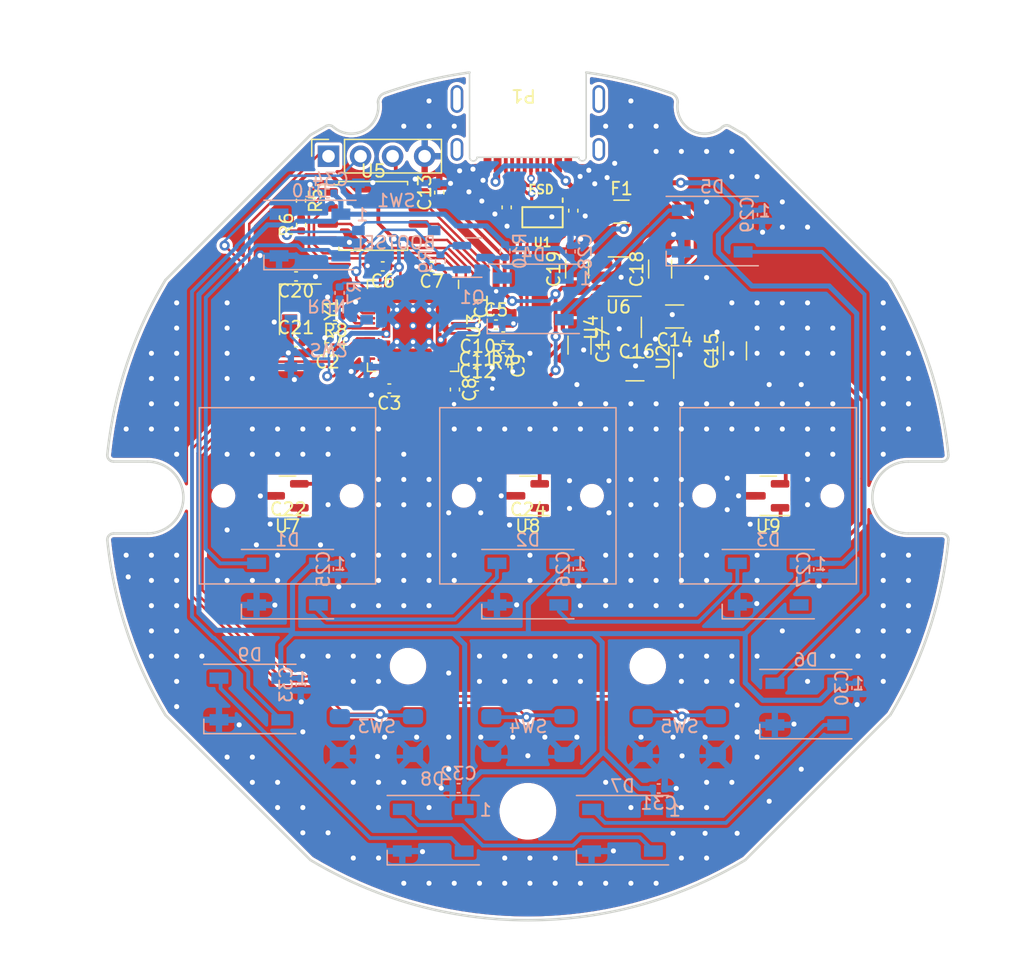
<source format=kicad_pcb>
(kicad_pcb (version 20221018) (generator pcbnew)
  (title_block (title "RP2040 Minimal Design Example") (date "2020-07-13") (rev "REV1") (company "Raspberry Pi (Trading) Ltd"))
  (layers (0 "F.Cu" mixed) (1 "In1.Cu" power "GND") (2 "In2.Cu" power "GND2") (31 "B.Cu" mixed) (34 "B.Paste" user) (35 "F.Paste" user) (36 "B.SilkS" user "B.Silkscreen") (37 "F.SilkS" user "F.Silkscreen") (38 "B.Mask" user) (39 "F.Mask" user) (44 "Edge.Cuts" user))
  (net 0 "")
  (net 1 "GND")
  (net 2 "VBUS")
  (net 3 "BUTT0")
  (net 4 "Net-(D6-DOUT)")
  (net 5 "+5V")
  (net 6 "Net-(D4-DOUT)")
  (net 7 "Net-(D5-DOUT)")
  (net 8 "Net-(P1-CC1)")
  (net 9 "Net-(P1-CC2)")
  (net 11 "OSC_IN")
  (net 12 "Net-(D7-DOUT)")
  (net 13 "USB_D+")
  (net 14 "USB_D-")
  (net 15 "LED_D")
  (net 16 "ADC_IN1")
  (net 17 "OSC_OUT")
  (net 18 "ADC_IN2")
  (net 19 "ADC_IN3")
  (net 20 "BUTT1")
  (net 21 "BUTT2")
  (net 25 "Net-(D4-DIN)")
  (net 26 "Net-(D2-DOUT)")
  (net 27 "UG_DIN")
  (net 28 "+1V1")
  (net 29 "SWDIO")
  (net 30 "SWCLK")
  (net 31 "Net-(D10-DIN)")
  (net 32 "+4V4")
  (net 33 "Net-(D8-DOUT)")
  (net 34 "Net-(D1-DOUT)")
  (net 35 "ADC_AVDD")
  (net 36 "+3V3")
  (net 37 "Net-(U3-USB_DP)")
  (net 38 "Net-(U3-USB_DM)")
  (net 39 "/QSPI_SS")
  (net 40 "Net-(R6-Pad1)")
  (net 41 "Net-(U3-RUN)")
  (net 43 "/QSPI_SD1")
  (net 44 "/QSPI_SD2")
  (net 45 "/QSPI_SD0")
  (net 46 "/QSPI_SCLK")
  (net 47 "/QSPI_SD3")
  (net 49 "/GPIO25")
  (net 50 "/GPIO24")
  (net 51 "/GPIO23")
  (net 52 "/GPIO22")
  (net 53 "/GPIO21")
  (net 54 "/GPIO20")
  (net 55 "/GPIO16")
  (net 56 "/GPIO15")
  (net 57 "/GPIO14")
  (net 58 "/GPIO13")
  (net 59 "/GPIO11")
  (net 60 "/GPIO10")
  (net 61 "/GPIO9")
  (net 62 "/GPIO8")
  (net 63 "/GPIO7")
  (net 64 "/GPIO6")
  (net 65 "/GPIO5")
  (net 66 "/GPIO4")
  (net 67 "/GPIO3")
  (net 68 "/GPIO2")
  (net 69 "/GPIO1")
  (net 70 "/GPIO0")
  (net 71 "/GPIO29_ADC3")
  (net 72 "Net-(C21-Pad2)")
  (footprint "Capacitor_SMD:C_0402_1005Metric" (layer "F.Cu") (at 98.065162 89.6995 -90)
    (fp_text reference "C9")
    (fp_text value "1u")
  )
  (footprint "Connector_USB:USB-TYPE-C-016_Receptacle_DEALON_16P_MidMnt" (layer "F.Cu") (at 100 68.55 180)
    (fp_text reference "P1")
    (fp_text value "USB-TYPE-C-016" hide)
    (fp_line (start -4.62 -4.6) (end -4.62 2.1) (stroke (width 0.12)) (layer "Edge.Cuts"))
    (fp_line (start -4.025 -4.625) (end 4.025 -4.625) (stroke (width 0.12)) (layer "Edge.Cuts"))
    (fp_line (start 4.62 -4.6) (end 4.625 2.1) (stroke (width 0.12)) (layer "Edge.Cuts"))
    (fp_arc (start -4.62 -4.6) (mid -4.335 -4.91) (end -4.025 -4.625) (stroke (width 0.12)) (layer "Edge.Cuts"))
    (fp_arc (start 4.025 -4.625) (mid 4.335 -4.91) (end 4.62 -4.6) (stroke (width 0.12)) (layer "Edge.Cuts"))
  )
  (footprint "Capacitor_SMD:C_0402_1005Metric" (layer "F.Cu") (at 95.975162 91.3095)
    (fp_text reference "C12")
    (fp_text value "1u")
  )
  (footprint "Capacitor_SMD:C_0402_1005Metric" (layer "F.Cu") (at 94.22 91.58 -90)
    (fp_text reference "C8")
    (fp_text value "100n")
  )
  (footprint "Capacitor_SMD:C_0402_1005Metric" (layer "F.Cu") (at 81.628093 87.83)
    (fp_text reference "C21")
    (fp_text value "27p")
  )
  (footprint "Package_TO_SOT_SMD:SOT-23-5" (layer "F.Cu") (at 107.1775 82.62875 180)
    (fp_text reference "U6")
    (fp_text value "ME6212C33M5G")
  )
  (footprint "Capacitor_SMD:C_0402_1005Metric" (layer "F.Cu") (at 84.12 88.23 180)
    (fp_text reference "C2")
    (fp_text value "100n")
  )
  (footprint "Package_TO_SOT_SMD:SOT-23" (layer "F.Cu") (at 119.05 100 180)
    (fp_text reference "U9")
    (fp_text value "SLSS49E")
  )
  (footprint "Capacitor_SMD:C_0402_1005Metric" (layer "F.Cu") (at 98.045162 87.3695 180)
    (fp_text reference "R3")
    (fp_text value "27R")
  )
  (footprint "Capacitor_SMD:C_1206_3216Metric" (layer "F.Cu") (at 110.4825 82.02875 90)
    (fp_text reference "C18")
    (fp_text value "10u")
  )
  (footprint "MountingHole:MountingHole_2.7mm_M2.5" (layer "F.Cu") (at 109.5 113.5)
    (fp_text reference "REF**" hide)
    (fp_text value "MountingHole_2.7mm_M2.5")
  )
  (footprint "Package_TO_SOT_SMD:SOT-23" (layer "F.Cu") (at 113.12 89.015 90)
    (fp_text reference "U2")
    (fp_text value "ME6208A44M3G")
  )
  (footprint "Capacitor_SMD:C_0402_1005Metric" (layer "F.Cu") (at 95.965162 90.3195)
    (fp_text reference "C11")
    (fp_text value "10n")
  )
  (footprint "Crystal:Crystal_SMD_3225-4Pin_3.2x2.5mm" (layer "F.Cu") (at 81.97 85.22 -90)
    (fp_text reference "Y1")
    (fp_text value "12MHz" hide)
  )
  (footprint "Capacitor_SMD:C_0402_1005Metric" (layer "F.Cu") (at 84.720162 86.7295 180)
    (fp_text reference "C4")
    (fp_text value "100n")
  )
  (footprint "Keebio-Parts:SOT-143B" (layer "F.Cu") (at 101.16 77.92 180)
    (fp_text reference "U1")
    (fp_text value "PRTR5V0U2X" hide)
  )
  (footprint "Capacitor_SMD:C_1206_3216Metric" (layer "F.Cu") (at 108.485 89.9775)
    (fp_text reference "C16")
    (fp_text value "10u")
  )
  (footprint "Capacitor_SMD:C_0402_1005Metric" (layer "F.Cu") (at 98.035162 88.2995 180)
    (fp_text reference "R4")
    (fp_text value "27R")
  )
  (footprint "Capacitor_SMD:C_0402_1005Metric" (layer "F.Cu") (at 103.6025 77.4 -90)
    (fp_text reference "R1" hide)
    (fp_text value "5.1k" hide)
  )
  (footprint "Capacitor_SMD:C_0402_1005Metric" (layer "F.Cu") (at 82.03 78.52 90)
    (fp_text reference "R6")
    (fp_text value "1k")
  )
  (footprint "Capacitor_SMD:C_0402_1005Metric" (layer "F.Cu") (at 92.98 75.97 90)
    (fp_text reference "C13")
    (fp_text value "100n")
  )
  (footprint "Package_SO:SOIC-8_5.23x5.23mm_P1.27mm" (layer "F.Cu") (at 87.745162 77.8195)
    (fp_text reference "U5")
    (fp_text value "W25Q16JVSS")
  )
  (footprint "Capacitor_SMD:C_1206_3216Metric" (layer "F.Cu") (at 111.63 85.7875 180)
    (fp_text reference "C14")
    (fp_text value "10u")
  )
  (footprint "Capacitor_SMD:C_0402_1005Metric" (layer "F.Cu") (at 97.475162 86.4295)
    (fp_text reference "C5")
    (fp_text value "100n")
  )
  (footprint "Capacitor_SMD:C_0402_1005Metric" (layer "F.Cu") (at 81.01 102.21)
    (fp_text reference "C22")
    (fp_text value "100n" hide)
  )
  (footprint "Capacitor_SMD:C_0402_1005Metric" (layer "F.Cu") (at 88.500162 81.8195 180)
    (fp_text reference "C6")
    (fp_text value "100n")
  )
  (footprint "Capacitor_SMD:C_1206_3216Metric" (layer "F.Cu") (at 104.092813 88.058813 -90)
    (fp_text reference "C17")
    (fp_text value "10u")
  )
  (footprint "Capacitor_SMD:C_0402_1005Metric" (layer "F.Cu") (at 82.02 76.61 -90)
    (fp_text reference "R5")
    (fp_text value "10k")
  )
  (footprint "MountingHole:MountingHole_2.7mm_M2.5" (layer "F.Cu") (at 90.5 113.5)
    (fp_text reference "REF**" hide)
    (fp_text value "MountingHole_2.7mm_M2.5")
  )
  (footprint "Capacitor_SMD:C_0402_1005Metric" (layer "F.Cu") (at 81.628093 82.61 180)
    (fp_text reference "C20")
    (fp_text value "27p")
  )
  (footprint "Resistor_SMD:R_0402_1005Metric" (layer "F.Cu") (at 84.75 85.73 180)
    (fp_text reference "R8")
    (fp_text value "47")
  )
  (footprint "Package_TO_SOT_SMD:SOT-23" (layer "F.Cu") (at 100 100 180)
    (fp_text reference "U8")
    (fp_text value "SLSS49E")
  )
  (footprint "Capacitor_SMD:C_0402_1005Metric" (layer "F.Cu") (at 100.03 102.24)
    (fp_text reference "C24")
    (fp_text value "100n")
  )
  (footprint "MCU_RaspberryPi_and_Boards:RP2040-QFN-56" (layer "F.Cu") (at 90.8975 86.5275 -90)
    (fp_text reference "U3")
    (fp_text value "RP2040")
  )
  (footprint "MountingHole:MountingHole_4.3mm_M4" (layer "F.Cu") (at 100 125)
    (fp_text reference "REF**" hide)
    (fp_text value "MountingHole_4.3mm_M4")
  )
  (footprint "Capacitor_SMD:C_1206_3216Metric" (layer "F.Cu") (at 116.415 88.515 90)
    (fp_text reference "C15")
    (fp_text value "10u")
  )
  (footprint "Package_TO_SOT_SMD:SOT-23" (layer "F.Cu") (at 80.95 100 180)
    (fp_text reference "U7")
    (fp_text value "SLSS49E")
  )
  (footprint "Capacitor_SMD:C_0402_1005Metric" (layer "F.Cu") (at 98.32 77.14 -90)
    (fp_text reference "R2" hide)
    (fp_text value "5.1k" hide)
  )
  (footprint "Capacitor_SMD:C_0402_1005Metric" (layer "F.Cu") (at 119.03 102.27)
    (fp_text reference "C23" hide)
    (fp_text value "100n")
  )
  (footprint "Capacitor_SMD:C_0402_1005Metric" (layer "F.Cu") (at 92.375162 81.8395 180)
    (fp_text reference "C7")
    (fp_text value "100n")
  )
  (footprint "Capacitor_SMD:C_0402_1005Metric" (layer "F.Cu") (at 89.020162 91.4995 180)
    (fp_text reference "C3")
    (fp_text value "100n")
  )
  (footprint "Connector_PinSocket_2.54mm:PinSocket_1x04_P2.54mm_Vertical" (layer "F.Cu") (at 84.2 73.085 90)
    (fp_text reference "J1" hide)
    (fp_text value "Conn_01x04_Socket")
  )
  (footprint "Fuse:Fuse_1206_3216Metric" (layer "F.Cu") (at 107.42 77.48)
    (fp_text reference "F1")
    (fp_text value "nSMD050-24V" hide)
  )
  (footprint "Capacitor_SMD:C_0402_1005Metric" (layer "F.Cu") (at 97.465162 84.9895 90)
    (fp_text reference "C1")
    (fp_text value "100n")
  )
  (footprint "Capacitor_SMD:C_0402_1005Metric" (layer "F.Cu") (at 96.025162 89.3095)
    (fp_text reference "C10")
    (fp_text value "1u")
  )
  (footprint "Capacitor_SMD:C_1206_3216Metric" (layer "F.Cu") (at 103.9025 82.02875 90)
    (fp_text reference "C19")
    (fp_text value "10u")
  )
  (footprint "Package_TO_SOT_SMD:SOT-23-5" (layer "F.Cu") (at 107.435 86.6475 90)
    (fp_text reference "U4")
    (fp_text value "ME6212C25M5G")
  )
  (footprint "Capacitor_SMD:C_0402_1005Metric" (layer "B.Cu") (at 85.08 83.92 90)
    (fp_text reference "R7")
    (fp_text value "1k")
  )
  (footprint "Button_Switch_SMD:TS-1109S_4.5x4.5mm" (layer "B.Cu") (at 100 119 180)
    (fp_text reference "SW4")
    (fp_text value "BUTT2")
  )
  (footprint "LED_SMD:LED_WS2812B_PLCC4_5.0x5.0mm_P3.2mm" (layer "B.Cu") (at 82.73 79.33 180)
    (fp_text reference "D10")
    (fp_text value "WS2812B")
  )
  (footprint "Button_Switch_SMD:TS-1187A" (layer "B.Cu") (at 89.57 77.1 180)
    (fp_text reference "SW1")
    (fp_text value "TS-1187A-B-A-B")
  )
  (footprint "Capacitor_SMD:C_0402_1005Metric" (layer "B.Cu") (at 82 114.95 -90)
    (fp_text reference "C33")
    (fp_text value "100n")
  )
  (footprint "Resistor_SMD:R_0402_1005Metric" (layer "B.Cu") (at 93.0675 81.41 -90)
    (fp_text reference "R9")
    (fp_text value "10k")
  )
  (footprint "Capacitor_SMD:C_0402_1005Metric" (layer "B.Cu") (at 84.15 76.03 180)
    (fp_text reference "C34")
    (fp_text value "100n")
  )
  (footprint "Button_Switch_SMD:TS-1109S_4.5x4.5mm" (layer "B.Cu") (at 88 119 180)
    (fp_text reference "SW3")
    (fp_text value "BUTT1")
  )
  (footprint "Button_Switch_Keyboard:SW_Lekker_MX_1.00u_PCB" (layer "B.Cu") (at 119.05 100 180)
    (fp_text reference "REF**" hide)
    (fp_text value "SW_Lekker_MX_1.00u_PCB")
  )
  (footprint "Capacitor_SMD:C_0402_1005Metric" (layer "B.Cu") (at 123.02 105.83 -90)
    (fp_text reference "C27")
    (fp_text value "100n")
  )
  (footprint "LED_SMD:LED_WS2812B_PLCC4_5.0x5.0mm_P3.2mm" (layer "B.Cu") (at 80.95 107 180)
    (fp_text reference "D1")
    (fp_text value "WS2812B")
  )
  (footprint "Capacitor_SMD:C_0402_1005Metric" (layer "B.Cu") (at 84.95 105.8 -90)
    (fp_text reference "C25")
    (fp_text value "100n")
  )
  (footprint "Button_Switch_Keyboard:SW_Lekker_MX_1.00u_PCB" (layer "B.Cu") (at 100 100 180)
    (fp_text reference "REF**" hide)
    (fp_text value "SW_Lekker_MX_1.00u_PCB")
  )
  (footprint "Capacitor_SMD:C_0402_1005Metric" (layer "B.Cu") (at 118.56 77.73 -90)
    (fp_text reference "C29")
    (fp_text value "100n")
  )
  (footprint "Capacitor_SMD:C_0402_1005Metric" (layer "B.Cu") (at 103.96 105.79 -90)
    (fp_text reference "C26")
    (fp_text value "100n")
  )
  (footprint "Capacitor_SMD:C_0402_1005Metric" (layer "B.Cu") (at 94.51 123.17 180)
    (fp_text reference "C32")
    (fp_text value "100n")
  )
  (footprint "LED_SMD:LED_WS2812B_PLCC4_5.0x5.0mm_P3.2mm" (layer "B.Cu") (at 119.05 107 180)
    (fp_text reference "D3")
    (fp_text value "WS2812B")
  )
  (footprint "Button_Switch_SMD:TS-1187A" (layer "B.Cu") (at 84.22 87.915)
    (fp_text reference "SW2")
    (fp_text value "TS-1187A-B-A-B" hide)
  )
  (footprint "LED_SMD:LED_WS2812B_PLCC4_5.0x5.0mm_P3.2mm" (layer "B.Cu") (at 100 107 180)
    (fp_text reference "D2")
    (fp_text value "WS2812B")
  )
  (footprint "Capacitor_SMD:C_0402_1005Metric" (layer "B.Cu") (at 126.045 115.225 -90)
    (fp_text reference "C30")
    (fp_text value "100n")
  )
  (footprint "Button_Switch_SMD:TS-1109S_4.5x4.5mm" (layer "B.Cu") (at 112 119 180)
    (fp_text reference "SW5")
    (fp_text value "BUTT3")
  )
  (footprint "LED_SMD:LED_WS2812B_PLCC4_5.0x5.0mm_P3.2mm" (layer "B.Cu") (at 100.43 84.39 180)
    (fp_text reference "D4")
    (fp_text value "WS2812B")
  )
  (footprint "Capacitor_SMD:C_0402_1005Metric" (layer "B.Cu") (at 103.38 80.64 90)
    (fp_text reference "C28")
    (fp_text value "100n")
  )
  (footprint "Resistor_SMD:R_0402_1005Metric" (layer "B.Cu") (at 98.195 80.595 90)
    (fp_text reference "R10")
    (fp_text value "10k")
  )
  (footprint "Button_Switch_Keyboard:SW_Lekker_MX_1.00u_PCB" (layer "B.Cu") (at 80.95 100 180)
    (fp_text reference "REF**" hide)
    (fp_text value "SW_Lekker_MX_1.00u_PCB")
  )
  (footprint "LED_SMD:LED_WS2812B_PLCC4_5.0x5.0mm_P3.2mm" (layer "B.Cu") (at 92.5 126.5 180)
    (fp_text reference "D8")
    (fp_text value "WS2812B")
  )
  (footprint "LED_SMD:LED_WS2812B_PLCC4_5.0x5.0mm_P3.2mm" (layer "B.Cu") (at 77.97 116.1 180)
    (fp_text reference "D9")
    (fp_text value "WS2812B")
  )
  (footprint "Package_TO_SOT_SMD:SOT-23" (layer "B.Cu") (at 95.7075 81.12)
    (fp_text reference "Q1")
    (fp_text value "BSS138")
  )
  (footprint "LED_SMD:LED_WS2812B_PLCC4_5.0x5.0mm_P3.2mm" (layer "B.Cu") (at 122.025 116.505 180)
    (fp_text reference "D6")
    (fp_text value "WS2812B")
  )
  (footprint "LED_SMD:LED_WS2812B_PLCC4_5.0x5.0mm_P3.2mm" (layer "B.Cu") (at 107.5 126.5 180)
    (fp_text reference "D7")
    (fp_text value "WS2812B")
  )
  (footprint "LED_SMD:LED_WS2812B_PLCC4_5.0x5.0mm_P3.2mm" (layer "B.Cu") (at 114.61 79.02 180)
    (fp_text reference "D5")
    (fp_text value "WS2812B")
  )
  (footprint "Capacitor_SMD:C_0402_1005Metric" (layer "B.Cu") (at 110.37 123.2)
    (fp_text reference "C31")
    (fp_text value "100n")
  )
  (gr_arc (start 88.630403 68.091294) (mid 91.960706 67.098074) (end 95.375 66.45) (stroke (width 0.2)) (layer "Edge.Cuts"))
  (gr_arc (start 132.829471 102.983967) (mid 133.200536 103.148839) (end 133.326888 103.534725) (stroke (width 0.2)) (layer "Edge.Cuts"))
  (gr_arc (start 84.007784 70.697617) (mid 84.30271 70.64014) (end 84.577326 70.762087) (stroke (width 0.2)) (layer "Edge.Cuts"))
  (gr_line (start 117.236371 71.408467) (end 115.992171 70.697567) (stroke (width 0.2)) (layer "Edge.Cuts"))
  (gr_line (start 117.236371 71.408467) (end 128.725471 82.897567) (stroke (width 0.2)) (layer "Edge.Cuts"))
  (gr_line (start 82.763571 71.408467) (end 84.007771 70.697567) (stroke (width 0.2)) (layer "Edge.Cuts"))
  (gr_line (start 71.274471 117.370367) (end 82.763571 128.859467) (stroke (width 0.2)) (layer "Edge.Cuts"))
  (gr_line (start 69.849971 97.283967) (end 67.170471 97.283967) (stroke (width 0.2)) (layer "Edge.Cuts"))
  (gr_arc (start 88.122888 68.810067) (mid 88.262612 68.370026) (end 88.630597 68.091196) (stroke (width 0.2)) (layer "Edge.Cuts"))
  (gr_arc (start 69.849971 97.283967) (mid 72.699971 100.133967) (end 69.849971 102.983967) (stroke (width 0.2)) (layer "Edge.Cuts"))
  (gr_arc (start 130.149971 102.983967) (mid 127.299971 100.133967) (end 130.149971 97.283967) (stroke (width 0.2)) (layer "Edge.Cuts"))
  (gr_arc (start 117.236403 128.859486) (mid 108.942709 132.418289) (end 99.999971 133.633967) (stroke (width 0.2)) (layer "Edge.Cuts"))
  (gr_arc (start 133.326888 96.733209) (mid 133.200536 97.119095) (end 132.829471 97.283967) (stroke (width 0.2)) (layer "Edge.Cuts"))
  (gr_arc (start 115.422647 70.762051) (mid 112.963073 71.033506) (end 111.877025 68.810064) (stroke (width 0.2)) (layer "Edge.Cuts"))
  (gr_line (start 82.763571 71.408467) (end 71.274471 82.897567) (stroke (width 0.2)) (layer "Edge.Cuts"))
  (gr_arc (start 111.36934 68.091194) (mid 111.737328 68.370024) (end 111.877054 68.810067) (stroke (width 0.2)) (layer "Edge.Cuts"))
  (gr_arc (start 99.999971 133.633967) (mid 91.057346 132.41832) (end 82.76374 128.859606) (stroke (width 0.2)) (layer "Edge.Cuts"))
  (gr_line (start 130.149971 97.283967) (end 132.829471 97.283967) (stroke (width 0.2)) (layer "Edge.Cuts"))
  (gr_arc (start 128.72549 82.897535) (mid 131.788071 89.561991) (end 133.32691 96.733207) (stroke (width 0.2)) (layer "Edge.Cuts"))
  (gr_arc (start 71.274332 117.370198) (mid 68.211794 110.705713) (end 66.673007 103.534477) (stroke (width 0.2)) (layer "Edge.Cuts"))
  (gr_arc (start 67.170471 97.283967) (mid 66.799407 97.119096) (end 66.673054 96.733213) (stroke (width 0.2)) (layer "Edge.Cuts"))
  (gr_line (start 130.149971 102.983967) (end 132.829471 102.983967) (stroke (width 0.2)) (layer "Edge.Cuts"))
  (gr_arc (start 104.624942 66.45) (mid 108.039121 67.098046) (end 111.369316 68.091214) (stroke (width 0.2)) (layer "Edge.Cuts"))
  (gr_arc (start 133.32691 103.534727) (mid 131.788071 110.705943) (end 128.72549 117.370399) (stroke (width 0.2)) (layer "Edge.Cuts"))
  (gr_arc (start 66.673054 103.534721) (mid 66.799407 103.148838) (end 67.170471 102.983967) (stroke (width 0.2)) (layer "Edge.Cuts"))
  (gr_line (start 128.725471 117.370367) (end 117.236371 128.859467) (stroke (width 0.2)) (layer "Edge.Cuts"))
  (gr_line (start 69.849971 102.983967) (end 67.170471 102.983967) (stroke (width 0.2)) (layer "Edge.Cuts"))
  (gr_arc (start 66.673007 96.733457) (mid 68.211794 89.562221) (end 71.274332 82.897736) (stroke (width 0.2)) (layer "Edge.Cuts"))
  (gr_arc (start 88.122915 68.810053) (mid 87.036881 71.0335) (end 84.577306 70.762061) (stroke (width 0.2)) (layer "Edge.Cuts"))
  (gr_arc (start 115.422619 70.762085) (mid 115.697235 70.64014) (end 115.992161 70.697618) (stroke (width 0.2)) (layer "Edge.Cuts"))
  (segment (start 82.198164 83.498164) (end 82.82 84.12) (width 0.3) (layer "F.Cu") (net 1))
  (segment (start 98.74 102.24) (end 98.55 102.31) (width 0.2) (layer "F.Cu") (net 1))
  (segment (start 82.82 84.12) (end 83.998093 84.12) (width 0.3) (layer "F.Cu") (net 1))
  (segment (start 110.11 87.5775) (end 110.1 87.45) (width 0.6) (layer "F.Cu") (net 1))
  (segment (start 91.228993 81.8295) (end 91.841331 81.8295) (width 0.2) (layer "F.Cu") (net 1))
  (segment (start 95.85 73.997969) (end 96.527031 73.997969) (width 0.6) (layer "F.Cu") (net 1))
  (segment (start 112.07 89.8525) (end 112.17 89.9525) (width 0.6) (layer "F.Cu") (net 1))
  (segment (start 79.64 102.21) (end 79.67 102.21) (width 0.2) (layer "F.Cu") (net 1))
  (segment (start 83.890162 87.499838) (end 83.890162 88.2195) (width 0.2) (layer "F.Cu") (net 1))
  (segment (start 81.018093 88.237893) (end 81.178093 88.077893) (width 0.3) (layer "F.Cu") (net 1))
  (segment (start 83.91 87.48) (end 84.260162 87.129838) (width 0.2) (layer "F.Cu") (net 1))
  (segment (start 83.17 82.63) (end 83.138258 82.598258) (width 0.3) (layer "F.Cu") (net 1))
  (segment (start 108.115 82.68) (end 108.18875 82.60625) (width 0.6) (layer "F.Cu") (net 1))
  (segment (start 97.39 77.67) (end 97.387 77.667) (width 0.3) (layer "F.Cu") (net 1))
  (segment (start 81.018093 88.67) (end 81.018093 88.237893) (width 0.3) (layer "F.Cu") (net 1))
  (segment (start 79.7 102.21) (end 79.58 102.24) (width 0.2) (layer "F.Cu") (net 1))
  (segment (start 96.170866 74.995866) (end 95.85 74.675) (width 0.6) (layer "F.Cu") (net 1))
  (segment (start 82.198164 82.585932) (end 82.198164 83.498164) (width 0.3) (layer "F.Cu") (net 1))
  (segment (start 78.8 100.01) (end 80.0025 100.01) (width 0.6) (layer "F.Cu") (net 1))
  (segment (start 107.240531 86.764924) (end 107.445 86.969393) (width 0.6) (layer "F.Cu") (net 1))
  (segment (start 99.55 102.24) (end 98.62 102.24) (width 0.2) (layer "F.Cu") (net 1))
  (segment (start 91.864662 81.84) (end 91.905162 81.7995) (width 0.15) (layer "F.Cu") (net 1))
  (segment (start 104.544668 77.824668) (end 104.489336 77.88) (width 0.3) (layer "F.Cu") (net 1))
  (segment (start 115.825 87.025) (end 114.9875 87.025) (width 0.6) (layer "F.Cu") (net 1))
  (segment (start 93.87 75.24) (end 93.655162 75.025162) (width 0.2) (layer "F.Cu") (net 1))
  (segment (start 103.515 74.065) (end 103.2 73.75) (width 0.6) (layer "F.Cu") (net 1))
  (segment (start 101.9 77.89) (end 101.9 76.810046) (width 0.4) (layer "F.Cu") (net 1))
  (segment (start 104.42 88.44) (end 104.42 89.508813) (width 0.6) (layer "F.Cu") (net 1))
  (segment (start 98.8555 86.336517) (end 98.714517 86.4775) (width 0.2) (layer "F.Cu") (net 1))
  (segment (start 86.903261 85.5275) (end 87.46 85.5275) (width 0.2) (layer "F.Cu") (net 1))
  (segment (start 80.53 102.21) (end 79.7 102.21) (width 0.2) (layer "F.Cu") (net 1))
  (segment (start 118.074 100) (end 116.7 100) (width 0.6) (layer "F.Cu") (net 1))
  (segment (start 97.47 77.67) (end 97.467 77.667) (width 0.3) (layer "F.Cu") (net 1))
  (segment (start 88.130162 91.4795) (end 88.785162 91.4795) (width 0.2) (layer "F.Cu") (net 1))
  (segment (start 98.319 77.67) (end 97.39 77.67) (width 0.3) (layer "F.Cu") (net 1))
  (segment (start 111.55 79.28) (end 111.55 79.48625) (width 0.6) (layer "F.Cu") (net 1))
  (segment (start 98.684 100) (end 97.656 100) (width 0.6) (layer "F.Cu") (net 1))
  (segment (start 84.260162 87.129838) (end 84.260162 86.7295) (width 0.2) (layer "F.Cu") (net 1))
  (segment (start 104.185 79.655) (end 103.9025 79.9375) (width 0.6) (layer "F.Cu") (net 1))
  (segment (start 112.07 88.815) (end 112.07 89.8525) (width 0.6) (layer "F.Cu") (net 1))
  (segment (start 109.885 89.18) (end 109.885 89.9075) (width 0.6) (layer "F.Cu") (net 1))
  (segment (start 97.485162 84.5445) (end 97.485162 83.7895) (width 0.2) (layer "F.Cu") (net 1))
  (segment (start 98.714517 86.4775) (end 97.79 86.4775) (width 0.2) (layer "F.Cu") (net 1))
  (segment (start 79.928222 86.199871) (end 79.898093 86.23) (width 0.6) (layer "F.Cu") (net 1))
  (segment (start 117.77 102.27) (end 117.79 102.27) (width 0.2) (layer "F.Cu") (net 1))
  (segment (start 80.0025 100.01) (end 80.0125 100) (width 0.6) (layer "F.Cu") (net 1))
  (segment (start 109.94 90.08) (end 109.92 90.1) (width 0.6) (layer "F.Cu") (net 1))
  (segment (start 83.91 87.48) (end 83.890162 87.499838) (width 0.2) (layer "F.Cu") (net 1))
  (segment (start 96.447036 74.077964) (end 96.8 73.725) (width 0.6) (layer "F.Cu") (net 1))
  (segment (start 96.447036 74.995866) (end 96.170866 74.995866) (width 0.6) (layer "F.Cu") (net 1))
  (segment (start 111.315 85.77) (end 110.09 85.77) (width 0.6) (layer "F.Cu") (net 1))
  (segment (start 95.85 74.675) (end 95.85 73.997969) (width 0.6) (layer "F.Cu") (net 1))
  (segment (start 118.55 102.27) (end 117.81 102.27) (width 0.2) (layer "F.Cu") (net 1))
  (segment (start 96.830162 90.2995) (end 96.451412 90.2995) (width 0.2) (layer "F.Cu") (net 1))
  (segment (start 117.62 102.25) (end 117.77 102.27) (width 0.2) (layer "F.Cu") (net 1))
  (segment (start 96.527031 73.997969) (end 96.8 73.725) (width 0.6) (layer "F.Cu") (net 1))
  (segment (start 93.87 75.24) (end 93.23 75.24) (width 0.2) (layer "F.Cu") (net 1))
  (segment (start 103.56041 74.01959) (end 104.64959 74.01959) (width 0.6) (layer "F.Cu") (net 1))
  (segment (start 84.145162 79.7245) (end 85.671635 79.7245) (width 0.2) (layer "F.Cu") (net 1))
  (segment (start 108.61 89.7775) (end 109.585 89.7775) (width 0.6) (layer "F.Cu") (net 1))
  (segment (start 86.35 84.64) (end 86.658591 84.948591) (width 0.2) (layer "F.Cu") (net 1))
  (segment (start 115.8625 87.0625) (end 115.825 87.025) (width 0.6) (layer "F.Cu") (net 1))
  (segment (start 87.600162 92.0095) (end 88.130162 91.4795) (width 0.2) (layer "F.Cu") (net 1))
  (segment (start 103.2 73.505) (end 103.2 73.75) (width 0.3) (layer "F.Cu") (net 1))
  (segment (start 96.447036 74.995866) (end 96.447036 74.077964) (width 0.6) (layer "F.Cu") (net 1))
  (segment (start 101.9 76.810046) (end 101.985023 76.725023) (width 0.4) (layer "F.Cu") (net 1))
  (segment (start 104.489336 77.88) (end 103.6025 77.88) (width 0.3) (layer "F.Cu") (net 1))
  (segment (start 98.55 102.31) (end 98.7 102.28) (width 0.2) (layer "F.Cu") (net 1))
  (segment (start 107.39 82.68) (end 108.115 82.68) (width 0.6) (layer "F.Cu") (net 1))
  (segment (start 109.3725 88.6675) (end 109.885 89.18) (width 0.6) (layer "F.Cu") (net 1))
  (segment (start 83.138258 82.598258) (end 82.132728 82.598258) (width 0.3) (layer "F.Cu") (net 1))
  (segment (start 93.23 75.24) (end 92.98 75.49) (width 0.2) (layer "F.Cu") (net 1))
  (segment (start 117.81 102.27) (end 117.62 102.25) (width 0.2) (layer "F.Cu") (net 1))
  (segment (start 95.649748 74.11163) (end 95.649748 74.474748) (width 0.6) (layer "F.Cu") (net 1))
  (segment (start 97.14741 89.741748) (end 96.475162 89.0695) (width 0.2) (layer "F.Cu") (net 1))
  (segment (start 93.655162 75.025162) (end 93.655162 74.9195) (width 0.2) (layer "F.Cu") (net 1))
  (segment (start 97.260162 90.7295) (end 96.830162 90.2995) (width 0.2) (layer "F.Cu") (net 1))
  (segment (start 104.64959 74.01959) (end 104.83 74.2) (width 0.6) (layer "F.Cu") (net 1))
  (segment (start 86.658591 85.28283) (end 86.903261 85.5275) (width 0.2) (layer "F.Cu") (net 1))
  (segment (start 104.375 77.655) (end 104.544668 77.824668) (width 0.3) (layer "F.Cu") (net 1))
  (segment (start 103.9025 79.9375) (end 103.9025 80.55375) (width 0.6) (layer "F.Cu") (net 1))
  (segment (start 94.15 92.735) (end 94.15 92.065) (width 0.2) (layer "F.Cu") (net 1))
  (segment (start 85.671635 79.7245) (end 85.857841 79.910706) (width 0.2) (layer "F.Cu") (net 1))
  (segment (start 95.649748 74.474748) (end 95.85 74.675) (width 0.6) (layer "F.Cu") (net 1))
  (segment (start 98.62 102.24) (end 98.55 102.31) (width 0.2) (layer "F.Cu") (net 1))
  (segment (start 107.445 86.969393) (end 107.445 87.7325) (width 0.6) (layer "F.Cu") (net 1))
  (segment (start 103.515 74.065) (end 103.56041 74.01959) (width 0.6) (layer "F.Cu") (net 1))
  (segment (start 97.171412 91.4995) (end 96.657662 91.4995) (width 0.2) (layer "F.Cu") (net 1))
  (segment (start 79.898093 86.23) (end 80.016351 86.348258) (width 0.6) (layer "F.Cu") (net 1))
  (segment (start 96.657662 91.4995) (end 96.447662 91.2895) (width 0.2) (layer "F.Cu") (net 1))
  (segment (start 104.14 74.69) (end 103.515 74.065) (width 0.6) (layer "F.Cu") (net 1))
  (segment (start 110.1 87.46) (end 110.1 87.47) (width 0.6) (layer "F.Cu") (net 1))
  (segment (start 79.58 102.24) (end 79.64 102.21) (width 0.2) (layer "F.Cu") (net 1))
  (segment (start 111.55 79.48625) (end 110.4825 80.55375) (width 0.6) (layer "F.Cu") (net 1))
  (segment (start 97.467 77.667) (end 97.387 77.667) (width 0.3) (layer "F.Cu") (net 1))
  (segment (start 87.300162 81.77) (end 87.9125 81.77) (width 0.2) (layer "F.Cu") (net 1))
  (segment (start 108.535 89.7025) (end 108.61 89.7775) (width 0.6) (layer "F.Cu") (net 1))
  (segment (start 111.445 85.64) (end 111.315 85.77) (width 0.6) (layer "F.Cu") (net 1))
  (segment (start 110.1 87.45) (end 110.1 85.775) (width 0.6) (layer "F.Cu") (net 1))
  (segment (start 81.178093 88.077893) (end 81.178093 86.678623) (width 0.3) (layer "F.Cu") (net 1))
  (segment (start 86.658591 84.948591) (end 86.658591 85.28283) (width 0.2) (layer "F.Cu") (net 1))
  (segment (start 115.8625 87.0625) (end 115.9425 86.9825) (width 0.6) (layer "F.Cu") (net 1))
  (segment (start 97.985162 90.1495) (end 98.815162 90.1495) (width 0.2) (layer "F.Cu") (net 1))
  (segment (start 78.8 100.01) (end 78.76 99.97) (width 0.3) (layer "F.Cu") (net 1))
  (segment (start 110.1 87.47) (end 110.11 87.5775) (width 0.6) (layer "F.Cu") (net 1))
  (segment (start 81.178093 86.678623) (end 80.817728 86.318258) (width 0.3) (layer "F.Cu") (net 1))
  (segment (start 80.016351 86.348258) (end 80.747728 86.348258) (width 0.6) (layer "F.Cu") (net 1))
  (segment (start 97.14366 90.019238) (end 97.14366 89.931748) (width 0.2) (layer "F.Cu") (net 1))
  (via (at 90.166 70.706) (size 0.8) (drill 0.4) (layers "F.Cu" "B.Cu") (net 1))
  (via (at 78.166 120.706) (size 0.8) (drill 0.4) (layers "F.Cu" "B.Cu") (net 1))
  (via (at 116.166 114.706) (size 0.8) (drill 0.4) (layers "F.Cu" "B.Cu") (net 1))
  (via (at 72.166 90.706) (size 0.8) (drill 0.4) (layers "F.Cu" "B.Cu") (net 1))
  (via (at 80.166 96.706) (size 0.8) (drill 0.4) (layers "F.Cu" "B.Cu") (net 1))
  (via (at 92.166 108.706) (size 0.8) (drill 0.4) (layers "F.Cu" "B.Cu") (net 1))
  (via (at 124.166 86.706) (size 0.8) (drill 0.4) (layers "F.Cu" "B.Cu") (net 1))
  (via (at 90.166 108.706) (size 0.8) (drill 0.4) (layers "F.Cu" "B.Cu") (net 1))
  (via (at 91.165 81.84) (size 0.6) (drill 0.35) (layers "F.Cu" "B.Cu") (net 1))
  (via (at 119.126 91.186) (size 0.8) (drill 0.4) (layers "F.Cu" "B.Cu") (net 1))
  (via (at 116.166 94.706) (size 0.8) (drill 0.4) (layers "F.Cu" "B.Cu") (net 1))
  (via (at 108.166 68.706) (size 0.8) (drill 0.4) (layers "F.Cu" "B.Cu") (net 1))
  (via (at 105.3 75.27) (size 0.8) (drill 0.4) (layers "F.Cu" "B.Cu") (net 1))
  (via (at 86.166 94.706) (size 0.8) (drill 0.4) (layers "F.Cu" "B.Cu") (net 1))
  (via (at 88.166 106.706) (size 0.8) (drill 0.4) (layers "F.Cu" "B.Cu") (net 1))
  (via (at 128.166 96.706) (size 0.8) (drill 0.4) (layers "F.Cu" "B.Cu") (net 1))
  (via (at 130.166 90.706) (size 0.8) (drill 0.4) (layers "F.Cu" "B.Cu") (net 1))
  (via (at 119.126 124.206) (size 0.8) (drill 0.4) (layers "F.Cu" "B.Cu") (net 1))
  (via (at 94.166 94.706) (size 0.8) (drill 0.4) (layers "F.Cu" "B.Cu") (net 1))
  (via (at 115.8 101.1) (size 0.8) (drill 0.4) (layers "F.Cu" "B.Cu") (net 1))
  (via (at 118.166 84.706) (size 0.8) (drill 0.4) (layers "F.Cu" "B.Cu") (net 1))
  (via (at 109.3725 88.6675) (size 0.8) (drill 0.4) (layers "F.Cu" "B.Cu") (net 1))
  (via (at 114.166 72.706) (size 0.8) (drill 0.4) (layers "F.Cu" "B.Cu") (net 1))
  (via (at 87.300162 81.77) (size 0.6) (drill 0.35) (layers "F.Cu" "B.Cu") (net 1))
  (via (at 86.166 112.706) (size 0.8) (drill 0.4) (layers "F.Cu" "B.Cu") (net 1))
  (via (at 100.166 114.706) (size 0.8) (drill 0.4) (layers "F.Cu" "B.Cu") (net 1))
  (via (at 95.649748 74.11163) (size 0.8) (drill 0.4) (layers "F.Cu" "B.Cu") (net 1))
  (via (at 78.166 94.706) (size 0.8) (drill 0.4) (layers "F.Cu" "B.Cu") (net 1))
  (via (at 118.166 86.706) (size 0.8) (drill 0.4) (layers "F.Cu" "B.Cu") (net 1))
  (via (at 117.62 102.25) (size 0.8) (drill 0.4) (layers "F.Cu" "B.Cu") (net 1))
  (via (at 128.166 110.706) (size 0.8) (drill 0.4) (layers "F.Cu" "B.Cu") (net 1))
  (via (at 100.166 112.706) (size 0.8) (drill 0.4) (layers "F.Cu" "B.Cu") (net 1))
  (via (at 100.166 128.706) (size 0.8) (drill 0.4) (layers "F.Cu" "B.Cu") (net 1))
  (via (at 92.166 68.706) (size 0.8) (drill 0.4) (layers "F.Cu" "B.Cu") (net 1))
  (via (at 97.89 100) (size 0.8) (drill 0.4) (layers "F.Cu" "B.Cu") (net 1))
  (via (at 96.166 98.706) (size 0.8) (drill 0.4) (layers "F.Cu" "B.Cu") (net 1))
  (via (at 83.17 82.63) (size 0.8) (drill 0.4) (layers "F.Cu" "B.Cu") (net 1))
  (via (at 104.166 112.706) (size 0.8) (drill 0.4) (layers "F.Cu" "B.Cu") (net 1))
  (via (at 118.166 74.706) (size 0.8) (drill 0.4) (layers "F.Cu" "B.Cu") (net 1))
  (via (at 88.166 98.706) (size 0.8) (drill 0.4) (layers "F.Cu" "B.Cu") (net 1))
  (via (at 82.166 96.706) (size 0.8) (drill 0.4) (layers "F.Cu" "B.Cu") (net 1))
  (via (at 70.166 88.706) (size 0.8) (drill 0.4) (layers "F.Cu" "B.Cu") (net 1))
  (via (at 70.166 104.706) (size 0.8) (drill 0.4) (layers "F.Cu" "B.Cu") (net 1))
  (via (at 122.166 96.706) (size 0.8) (drill 0.4) (layers "F.Cu" "B.Cu") (net 1))
  (via (at 110.11 87.5775) (size 0.8) (drill 0.4) (layers "F.Cu" "B.Cu") (net 1))
  (via (at 88.166 108.706) (size 0.8) (drill 0.4) (layers "F.Cu" "B.Cu") (net 1))
  (via (at 108.166 70.706) (size 0.8) (drill 0.4) (layers "F.Cu" "B.Cu") (net 1))
  (via (at 72.166 110.706) (size 0.8) (drill 0.4) (layers "F.Cu" "B.Cu") (net 1))
  (via (at 86.35 84.64) (size 0.8) (drill 0.4) (layers "F.Cu" "B.Cu") (net 1))
  (via (at 108.166 104.706) (size 0.8) (drill 0.4) (layers "F.Cu" "B.Cu") (net 1))
  (via (at 94.166 130.706) (size 0.8) (drill 0.4) (layers "F.Cu" "B.Cu") (net 1))
  (via (at 86.166 128.706) (size 0.8) (drill 0.4) (layers "F.Cu" "B.Cu") (net 1))
  (via (at 116.166 84.706) (size 0.8) (drill 0.4) (layers "F.Cu" "B.Cu") (net 1))
  (via (at 118.166 94.706) (size 0.8) (drill 0.4) (layers "F.Cu" "B.Cu") (net 1))
  (via (at 88.166 114.706) (size 0.8) (drill 0.4) (layers "F.Cu" "B.Cu") (net 1))
  (via (at 112.166 92.706) (size 0.8) (drill 0.4) (layers "F.Cu" "B.Cu") (net 1))
  (via (at 80.166 94.706) (size 0.8) (drill 0.4) (layers "F.Cu" "B.Cu") (net 1))
  (via (at 97.171412 91.4995) (size 0.6) (drill 0.35) (layers "F.Cu" "B.Cu") (net 1))
  (via (at 110.166 100.706) (size 0.8) (drill 0.4) (layers "F.Cu" "B.Cu") (net 1))
  (via (at 124.166 112.706) (size 0.8) (drill 0.4) (layers "F.Cu" "B.Cu") (net 1))
  (via (at 72.166 108.706) (size 0.8) (drill 0.4) (layers "F.Cu" "B.Cu") (net 1))
  (via (at 93.726 101.346) (size 0.8) (drill 0.4) (layers "F.Cu" "B.Cu") (net 1))
  (via (at 79.898093 86.23) (size 0.8) (drill 0.4) (layers "F.Cu" "B.Cu") (net 1))
  (via (at 80.166 122.706) (size 0.8) (drill 0.4) (layers "F.Cu" "B.Cu") (net 1))
  (via (at 126.166 112.706) (size 0.8) (drill 0.4) (layers "F.Cu" "B.Cu") (net 1))
  (via (at 120.166 88.706) (size 0.8) (drill 0.4) (layers "F.Cu" "B.Cu") (net 1))
  (via (at 90.166 98.706) (size 0.8) (drill 0.4) (layers "F.Cu" "B.Cu") (net 1))
  (via (at 130.166 110.706) (size 0.8) (drill 0.4) (layers "F.Cu" "B.Cu") (net 1))
  (via (at 118.166 92.706) (size 0.8) (drill 0.4) (layers "F.Cu" "B.Cu") (net 1))
  (via (at 110.166 70.706) (size 0.8) (drill 0.4) (layers "F.Cu" "B.Cu") (net 1))
  (via (at 128.166 108.706) (size 0.8) (drill 0.4) (layers "F.Cu" "B.Cu") (net 1))
  (via (at 112.166 128.706) (size 0.8) (drill 0.4) (layers "F.Cu" "B.Cu") (net 1))
  (via (at 72.166 104.706) (size 0.8) (drill 0.4) (layers "F.Cu" "B.Cu") (net 1))
  (via (at 88.166 124.706) (size 0.8) (drill 0.4) (layers "F.Cu" "B.Cu") (net 1))
  (via (at 114.166 104.706) (size 0.8) (drill 0.4) (layers "F.Cu" "B.Cu") (net 1))
  (via (at 107.39 82.68) (size 0.8) (drill 0.4) (layers "F.Cu" "B.Cu") (net 1))
  (via (at 130.166 106.706) (size 0.8) (drill 0.4) (layers "F.Cu" "B.Cu") (net 1))
  (via (at 128.166 86.706) (size 0.8) (drill 0.4) (layers "F.Cu" "B.Cu") (net 1))
  (via (at 96.166 112.706) (size 0.8) (drill 0.4) (layers "F.Cu" "B.Cu") (net 1))
  (via (at 106.166 70.706) (size 0.8) (drill 0.4) (layers "F.Cu" "B.Cu") (net 1))
  (via (at 112.166 114.706) (size 0.8) (drill 0.4) (layers "F.Cu" "B.Cu") (net 1))
  (via (at 76.166 120.706) (size 0.8) (drill 0.4) (layers "F.Cu" "B.Cu") (net 1))
  (via (at 100.166 106.706) (size 0.8) (drill 0.4) (layers "F.Cu" "B.Cu") (net 1))
  (via (at 104.42 88.44) (size 0.8) (drill 0.4) (layers "F.Cu" "B.Cu") (net 1))
  (via (at 98.55 102.31) (size 0.8) (drill 0.4) (layers "F.Cu" "B.Cu") (net 1))
  (via (at 124.166 88.706) (size 0.8) (drill 0.4) (layers "F.Cu" "B.Cu") (net 1))
  (via (at 110.166 108.706) (size 0.8) (drill 0.4) (layers "F.Cu" "B.Cu") (net 1))
  (via (at 76.166 86.706) (size 0.8) (drill 0.4) (layers "F.Cu" "B.Cu") (net 1))
  (via (at 92.166 70.706) (size 0.8) (drill 0.4) (layers "F.Cu" "B.Cu") (net 1))
  (via (at 108.535 89.7025) (size 0.8) (drill 0.4) (layers "F.Cu" "B.Cu") (net 1))
  (via (at 128.166 106.706) (size 0.8) (drill 0.4) (layers "F.Cu" "B.Cu") (net 1))
  (via (at 86.106 119.126) (size 0.8) (drill 0.4) (layers "F.Cu" "B.Cu") (net 1))
  (via (at 106.166 94.706) (size 0.8) (drill 0.4) (layers "F.Cu" "B.Cu") (net 1))
  (via (at 112.166 94.706) (size 0.8) (drill 0.4) (layers "F.Cu" "B.Cu") (net 1))
  (via (at 88.09 120.66) (size 0.8) (drill 0.4) (layers "F.Cu" "B.Cu") (net 1))
  (via (at 107.240531 86.764924) (size 0.8) (drill 0.4) (layers "F.Cu" "B.Cu") (net 1))
  (via (at 102.166 114.706) (size 0.8) (drill 0.4) (layers "F.Cu" "B.Cu") (net 1))
  (via (at 128.166 112.706) (size 0.8) (drill 0.4) (layers "F.Cu" "B.Cu") (net 1))
  (via (at 112.07 88.815) (size 0.8) (drill 0.4) (layers "F.Cu" "B.Cu") (net 1))
  (via (at 108.166 92.706) (size 0.8) (drill 0.4) (layers "F.Cu" "B.Cu") (net 1))
  (via (at 110.166 106.706) (size 0.8) (drill 0.4) (layers "F.Cu" "B.Cu") (net 1))
  (via (at 82.166 118.706) (size 0.8) (drill 0.4) (layers "F.Cu" "B.Cu") (net 1))
  (via (at 91.65 128.2) (size 0.8) (drill 0.4) (layers "F.Cu" "B.Cu") (net 1))
  (via (at 121.666 91.186) (size 0.8) (drill 0.4) (layers "F.Cu" "B.Cu") (net 1))
  (via (at 122.166 88.706) (size 0.8) (drill 0.4) (layers "F.Cu" "B.Cu") (net 1))
  (via (at 76.166 106.706) (size 0.8) (drill 0.4) (layers "F.Cu" "B.Cu") (net 1))
  (via (at 116.166 74.706) (size 0.8) (drill 0.4) (layers "F.Cu" "B.Cu") (net 1))
  (via (at 103.3 101) (size 0.8) (drill 0.4) (layers "F.Cu" "B.Cu") (net 1))
  (via (at 72.166 114.706) (size 0.8) (drill 0.4) (layers "F.Cu" "B.Cu") (net 1))
  (via (at 82.166 124.706) (size 0.8) (drill 0.4) (layers "F.Cu" "B.Cu") (net 1))
  (via (at 114.166 82.706) (size 0.8) (drill 0.4) (layers "F.Cu" "B.Cu") (net 1))
  (via (at 110.166 94.706) (size 0.8) (drill 0.4) (layers "F.Cu" "B.Cu") (net 1))
  (via (at 116.166 122.706) (size 0.8) (drill 0.4) (layers "F.Cu" "B.Cu") (net 1))
  (via (at 80.166 106.706) (size 0.8) (drill 0.4) (layers "F.Cu" "B.Cu") (net 1))
  (via (at 108.166 94.706) (size 0.8) (drill 0.4) (layers "F.Cu" "B.Cu") (net 1))
  (via (at 84.128093 84.25) (size 0.8) (drill 0.4) (layers "F.Cu" "B.Cu") (net 1))
  (via (at 90.166 122.706) (size 0.8) (drill 0.4) (layers "F.Cu" "B.Cu") (net 1))
  (via (at 102.166 92.706) (size 0.8) (drill 0.4) (layers "F.Cu" "B.Cu") (net 1))
  (via (at 77.12 118.15) (size 0.8) (drill 0.4) (layers "F.Cu" "B.Cu") (net 1))
  (via (at 114.9875 87.025) (size 0.8) (drill 0.4) (layers "F.Cu" "B.Cu") (net 1))
  (via (at 101.346 119.126) (size 0.8) (drill 0.4) (layers "F.Cu" "B.Cu") (net 1))
  (via (at 88.166 122.706) (size 0.8) (drill 0.4) (layers "F.Cu" "B.Cu") (net 1))
  (via (at 82.166 94.706) (size 0.8) (drill 0.4) (layers "F.Cu" "B.Cu") (net 1))
  (via (at 72.166 94.706) (size 0.8) (drill 0.4) (layers "F.Cu" "B.Cu") (net 1))
  (via (at 104.83 74.2) (size 0.8) (drill 0.4) (layers "F.Cu" "B.Cu") (net 1))
  (via (at 88.166 128.706) (size 0.8) (drill 0.4) (layers "F.Cu" "B.Cu") (net 1))
  (via (at 86.166 122.706) (size 0.8) (drill 0.4) (layers "F.Cu" "B.Cu") (net 1))
  (via (at 96.447036 74.995866) (size 0.8) (drill 0.4) (layers "F.Cu" "B.Cu") (net 1))
  (via (at 70.166 92.706) (size 0.8) (drill 0.4) (layers "F.Cu" "B.Cu") (net 1))
  (via (at 124.166 96.706) (size 0.8) (drill 0.4) (layers "F.Cu" "B.Cu") (net 1))
  (via (at 98.166 112.706) (size 0.8) (drill 0.4) (layers "F.Cu" "B.Cu") (net 1))
  (via (at 103.886 119.126) (size 0.8) (drill 0.4) (layers "F.Cu" "B.Cu") (net 1))
  (via (at 102.166 112.706) (size 0.8) (drill 0.4) (layers "F.Cu" "B.Cu") (net 1))
  (via (at 106.166 92.706) (size 0.8) (drill 0.4) (layers "F.Cu" "B.Cu") (net 1))
  (via (at 78.486 103.886) (size 0.8) (drill 0.4) (layers "F.Cu" "B.Cu") (net 1))
  (via (at 120.166 92.706) (size 0.8) (drill 0.4) (layers "F.Cu" "B.Cu") (net 1))
  (via (at 122.166 84.706) (size 0.8) (drill 0.4) (layers "F.Cu" "B.Cu") (net 1))
  (via (at 80.166 124.706) (size 0.8) (drill 0.4) (layers "F.Cu" "B.Cu") (net 1))
  (via (at 104.166 108.706) (size 0.8) (drill 0.4) (layers "F.Cu" "B.Cu") (net 1))
  (via (at 118.14 108.54) (size 0.8) (drill 0.4) (layers "F.Cu" "B.Cu") (net 1))
  (via (at 122.166 78.706) (size 0.8) (drill 0.4) (layers "F.Cu" "B.Cu") (net 1))
  (via (at 96.166 130.706) (size 0.8) (drill 0.4) (layers "F.Cu" "B.Cu") (net 1))
  (via (at 106.166 130.706) (size 0.8) (drill 0.4) (layers "F.Cu" "B.Cu") (net 1))
  (via (at 116.7 100) (size 0.8) (drill 0.4) (layers "F.Cu" "B.Cu") (net 1))
  (via (at 100.166 104.706) (size 0.8) (drill 0.4) (layers "F.Cu" "B.Cu") (net 1))
  (via (at 106.426 101.346) (size 0.8) (drill 0.4) (layers "F.Cu" "B.Cu") (net 1))
  (via (at 112.166 108.706) (size 0.8) (drill 0.4) (layers "F.Cu" "B.Cu") (net 1))
  (via (at 85.857841 79.910706) (size 0.8) (drill 0.4) (layers "F.Cu" "B.Cu") (net 1))
  (via (at 80.166 104.706) (size 0.8) (drill 0.4) (layers "F.Cu" "B.Cu") (net 1))
  (via (at 112.166 100.706) (size 0.8) (drill 0.4) (layers "F.Cu" "B.Cu") (net 1))
  (via (at 92.166 130.706) (size 0.8) (drill 0.4) (layers "F.Cu" "B.Cu") (net 1))
  (via (at 76.166 90.706) (size 0.8) (drill 0.4) (layers "F.Cu" "B.Cu") (net 1))
  (via (at 91.186 119.126) (size 0.8) (drill 0.4) (layers "F.Cu" "B.Cu") (net 1))
  (via (at 118.166 120.706) (size 0.8) (drill 0.4) (layers "F.Cu" "B.Cu") (net 1))
  (via (at 70.166 106.706) (size 0.8) (drill 0.4) (layers "F.Cu" "B.Cu") (net 1))
  (via (at 110.166 104.706) (size 0.8) (drill 0.4) (layers "F.Cu" "B.Cu") (net 1))
  (via (at 86.166 114.706) (size 0.8) (drill 0.4) (layers "F.Cu" "B.Cu") (net 1))
  (via (at 76.166 102.706) (size 0.8) (drill 0.4) (layers "F.Cu" "B.Cu") (net 1))
  (via (at 128.166 104.706) (size 0.8) (drill 0.4) (layers "F.Cu" "B.Cu") (net 1))
  (via (at 72.166 86.706) (size 0.8) (drill 0.4) (layers "F.Cu" "B.Cu") (net 1))
  (via (at 93.726 119.126) (size 0.8) (drill 0.4) (layers "F.Cu" "B.Cu") (net 1))
  (via (at 86.166 104.706) (size 0.8) (drill 0.4) (layers "F.Cu" "B.Cu") (net 1))
  (via (at 104.185 79.655) (size 0.8) (drill 0.4) (layers "F.Cu" "B.Cu") (net 1))
  (via (at 111.445 85.64) (size 0.8) (drill 0.4) (layers "F.Cu" "B.Cu") (net 1))
  (via (at 104.166 114.706) (size 0.8) (drill 0.4) (layers "F.Cu" "B.Cu") (net 1))
  (via (at 70.166 112.706) (size 0.8) (drill 0.4) (layers "F.Cu" "B.Cu") (net 1))
  (via (at 128.166 90.706) (size 0.8) (drill 0.4) (layers "F.Cu" "B.Cu") (net 1))
  (via (at 111.55 79.28) (size 0.8) (drill 0.4) (layers "F.Cu" "B.Cu") (net 1))
  (via (at 110.166 72.706) (size 0.8) (drill 0.4) (layers "F.Cu" "B.Cu") (net 1))
  (via (at 122.166 92.706) (size 0.8) (drill 0.4) (layers "F.Cu" "B.Cu") (net 1))
  (via (at 104.04 107.14) (size 0.8) (drill 0.4) (layers "F.Cu" "B.Cu") (net 1))
  (via (at 100 120.6) (size 0.8) (drill 0.4) (layers "F.Cu" "B.Cu") (net 1))
  (via (at 97.14741 89.829238) (size 0.6) (drill 0.35) (layers "F.Cu" "B.Cu") (net 1))
  (via (at 72.166 116.706) (size 0.8) (drill 0.4) (layers "F.Cu" "B.Cu") (net 1))
  (via (at 93.726 114.046) (size 0.8) (drill 0.4) (layers "F.Cu" "B.Cu") (net 1))
  (via (at 97.485162 83.7895) (size 0.6) (drill 0.35) (layers "F.Cu" "B.Cu") (net 1))
  (via (at 68.166 104.706) (size 0.8) (drill 0.4) (layers "F.Cu" "B.Cu") (net 1))
  (via (at 101.9 77.89) (size 0.8) (drill 0.4) (layers "F.Cu" "B.Cu") (net 1))
  (via (at 92.166 106.706) (size 0.8) (drill 0.4) (layers "F.Cu" "B.Cu") (net 1))
  (via (at 106.166 108.706) (size 0.8) (drill 0.4) (layers "F.Cu" "B.Cu") (net 1))
  (via (at 114.166 122.706) (size 0.8) (drill 0.4) (layers "F.Cu" "B.Cu") (net 1))
  (via (at 128.166 84.706) (size 0.8) (drill 0.4) (layers "F.Cu" "B.Cu") (net 1))
  (via (at 97.387 77.667) (size 0.8) (drill 0.4) (layers "F.Cu" "B.Cu") (net 1))
  (via (at 98.35 78.63) (size 0.8) (drill 0.4) (layers "F.Cu" "B.Cu") (net 1))
  (via (at 112.166 72.706) (size 0.8) (drill 0.4) (layers "F.Cu" "B.Cu") (net 1))
  (via (at 120.166 94.706) (size 0.8) (drill 0.4) (layers "F.Cu" "B.Cu") (net 1))
  (via (at 106.166 104.706) (size 0.8) (drill 0.4) (layers "F.Cu" "B.Cu") (net 1))
  (via (at 114.166 92.706) (size 0.8) (drill 0.4) (layers "F.Cu" "B.Cu") (net 1))
  (via (at 100.166 94.706) (size 0.8) (drill 0.4) (layers "F.Cu" "B.Cu") (net 1))
  (via (at 122.166 114.706) (size 0.8) (drill 0.4) (layers "F.Cu" "B.Cu") (net 1))
  (via (at 114.046 119.126) (size 0.8) (drill 0.4) (layers "F.Cu" "B.Cu") (net 1))
  (via (at 122.166 98.706) (size 0.8) (drill 0.4) (layers "F.Cu" "B.Cu") (net 1))
  (via (at 86.166 108.706) (size 0.8) (drill 0.4) (layers "F.Cu" "B.Cu") (net 1))
  (via (at 81.4962 90.788876) (size 0.8) (drill 0.4) (layers "F.Cu" "B.Cu") (net 1))
  (via (at 83.566 103.886) (size 0.8) (drill 0.4) (layers "F.Cu" "B.Cu") (net 1))
  (via (at 108.166 106.706) (size 0.8) (drill 0.4) (layers "F.Cu" "B.Cu") (net 1))
  (via (at 111.76 123.19) (size 0.8) (drill 0.4) (layers "F.Cu" "B.Cu") (net 1))
  (via (at 120.166 76.706) (size 0.8) (drill 0.4) (layers "F.Cu" "B.Cu") (net 1))
  (via (at 72.166 88.706) (size 0.8) (drill 0.4) (layers "F.Cu" "B.Cu") (net 1))
  (via (at 94.59 74.24) (size 0.8) (drill 0.4) (layers "F.Cu" "B.Cu") (net 1))
  (via (at 118.166 112.706) (size 0.8) (drill 0.4) (layers "F.Cu" "B.Cu") (net 1))
  (via (at 116.166 88.706) (size 0.8) (drill 0.4) (layers "F.Cu" "B.Cu") (net 1))
  (via (at 93.135 123.165) (size 0.8) (drill 0.4) (layers "F.Cu" "B.Cu") (net 1))
  (via (at 122.166 100.706) (size 0.8) (drill 0.4) (layers "F.Cu" "B.Cu") (net 1))
  (via (at 72.166 112.706) (size 0.8) (drill 0.4) (layers "F.Cu" "B.Cu") (net 1))
  (via (at 72.166 106.706) (size 0.8) (drill 0.4) (layers "F.Cu" "B.Cu") (net 1))
  (via (at 120.166 86.706) (size 0.8) (drill 0.4) (layers "F.Cu" "B.Cu") (net 1))
  (via (at 70.166 108.706) (size 0.8) (drill 0.4) (layers "F.Cu" "B.Cu") (net 1))
  (via (at 72.166 84.706) (size 0.8) (drill 0.4) (layers "F.Cu" "B.Cu") (net 1))
  (via (at 85.015 107.21) (size 0.8) (drill 0.4) (layers "F.Cu" "B.Cu") (net 1))
  (via (at 81.018093 88.67) (size 0.8) (drill 0.4) (layers "F.Cu" "B.Cu") (net 1))
  (via (at 79.58 102.24) (size 0.8) (drill 0.4) (layers "F.Cu" "B.Cu") (net 1))
  (via (at 72.166 92.706) (size 0.8) (drill 0.4) (layers "F.Cu" "B.Cu") (net 1))
  (via (at 70.166 94.706) (size 0.8) (drill 0.4) (layers "F.Cu" "B.Cu") (net 1))
  (via (at 99.11 108.64) (size 0.8) (drill 0.4) (layers "F.Cu" "B.Cu") (net 1))
  (via (at 68.326 106.426) (size 0.8) (drill 0.4) (layers "F.Cu" "B.Cu") (net 1))
  (via (at 116.586 119.126) (size 0.8) (drill 0.4) (layers "F.Cu" "B.Cu") (net 1))
  (via (at 126.085 116.545) (size 0.8) (drill 0.4) (layers "F.Cu" "B.Cu") (net 1))
  (via (at 94.15 92.735) (size 0.6) (drill 0.35) (layers "F.Cu" "B.Cu") (net 1))
  (via (at 88.166 104.706) (size 0.8) (drill 0.4) (layers "F.Cu" "B.Cu") (net 1))
  (via (at 130.166 94.706) (size 0.8) (drill 0.4) (layers "F.Cu" "B.Cu") (net 1))
  (via (at 114.166 124.706) (size 0.8) (drill 0.4) (layers "F.Cu" "B.Cu") (net 1))
  (via (at 103.3 98.8) (size 0.8) (drill 0.4) (layers "F.Cu" "B.Cu") (net 1))
  (via (at 102.166 130.706) (size 0.8) (drill 0.4) (layers "F.Cu" "B.Cu") (net 1))
  (via (at 114.166 76.706) (size 0.8) (drill 0.4) (layers "F.Cu" "B.Cu") (net 1))
  (via (at 78.166 106.706) (size 0.8) (drill 0.4) (layers "F.Cu" "B.Cu") (net 1))
  (via (at 72.166 96.706) (size 0.8) (drill 0.4) (layers "F.Cu" "B.Cu") (net 1))
  (via (at 98.8555 86.336517) (size 0.6) (drill 0.35) (layers "F.Cu" "B.Cu") (net 1))
  (via (at 104.166 130.706) (size 0.8) (drill 0.4) (layers "F.Cu" "B.Cu") (net 1))
  (via (at 111.506 126.746) (size 0.8) (drill 0.4) (layers "F.Cu" "B.Cu") (net 1))
  (via (at 115.8 98.6) (size 0.8) (drill 0.4) (layers "F.Cu" "B.Cu") (net 1))
  (via (at 84.166 96.706) (size 0.8) (drill 0.4) (layers "F.Cu" "B.Cu") (net 1))
  (via (at 84.166 126.706) (size 0.8) (drill 0.4) (layers "F.Cu" "B.Cu") (net 1))
  (via (at 98.166 94.706) (size 0.8) (drill 0.4) (layers "F.Cu" "B.Cu") (net 1))
  (via (at 108.166 100.706) (size 0.8) (drill 0.4) (layers "F.Cu" "B.Cu") (net 1))
  (via (at 110.166 98.706) (size 0.8) (drill 0.4) (layers "F.Cu" "B.Cu") (net 1))
  (via (at 120.166 84.706) (size 0.8) (drill 0.4) (layers "F.Cu" "B.Cu") (net 1))
  (via (at 76.166 84.706) (size 0.8) (drill 0.4) (layers "F.Cu" "B.Cu") (net 1))
  (via (at 85.995 90.145) (size 0.8) (drill 0.4) (layers "F.Cu" "B.Cu") (net 1))
  (via (at 104.14 74.69) (size 0.8) (drill 0.4) (layers "F.Cu" "B.Cu") (net 1))
  (via (at 120.166 78.706) (size 0.8) (drill 0.4) (layers "F.Cu" "B.Cu") (net 1))
  (via (at 110.166 130.706) (size 0.8) (drill 0.4) (layers "F.Cu" "B.Cu") (net 1))
  (via (at 92.166 104.706) (size 0.8) (drill 0.4) (layers "F.Cu" "B.Cu") (net 1))
  (via (at 78.166 90.706) (size 0.8) (drill 0.4) (layers "F.Cu" "B.Cu") (net 1))
  (via (at 112.166 124.706) (size 0.8) (drill 0.4) (layers "F.Cu" "B.Cu") (net 1))
  (via (at 112.166 106.706) (size 0.8) (drill 0.4) (layers "F.Cu" "B.Cu") (net 1))
  (via (at 92.166 98.706) (size 0.8) (drill 0.4) (layers "F.Cu" "B.Cu") (net 1))
  (via (at 102.166 94.706) (size 0.8) (drill 0.4) (layers "F.Cu" "B.Cu") (net 1))
  (via (at 128.166 92.706) (size 0.8) (drill 0.4) (layers "F.Cu" "B.Cu") (net 1))
  (via (at 102.166 128.706) (size 0.8) (drill 0.4) (layers "F.Cu" "B.Cu") (net 1))
  (via (at 90.166 100.706) (size 0.8) (drill 0.4) (layers "F.Cu" "B.Cu") (net 1))
  (via (at 95.33 75.91) (size 0.8) (drill 0.4) (layers "F.Cu" "B.Cu") (net 1))
  (via (at 126.166 110.706) (size 0.8) (drill 0.4) (layers "F.Cu" "B.Cu") (net 1))
  (via (at 98.815162 90.1495) (size 0.6) (drill 0.35) (layers "F.Cu" "B.Cu") (net 1))
  (via (at 108.166 130.706) (size 0.8) (drill 0.4) (layers "F.Cu" "B.Cu") (net 1))
  (via (at 87.71 75.18) (size 0.8) (drill 0.4) (layers "F.Cu" "B.Cu") (net 1))
  (via (at 114.166 106.706) (size 0.8) (drill 0.4) (layers "F.Cu" "B.Cu") (net 1))
  (via (at 130.166 92.706) (size 0.8) (drill 0.4) (layers "F.Cu" "B.Cu") (net 1))
  (via (at 96.266 101.346) (size 0.8) (drill 0.4) (layers "F.Cu" "B.Cu") (net 1))
  (via (at 98.166 130.706) (size 0.8) (drill 0.4) (layers "F.Cu" "B.Cu") (net 1))
  (via (at 98.806 119.126) (size 0.8) (drill 0.4) (layers "F.Cu" "B.Cu") (net 1))
  (via (at 74.166 112.706) (size 0.8) (drill 0.4) (layers "F.Cu" "B.Cu") (net 1))
  (via (at 114.166 114.706) (size 0.8) (drill 0.4) (layers "F.Cu" "B.Cu") (net 1))
  (via (at 116.166 112.706) (size 0.8) (drill 0.4) (layers "F.Cu" "B.Cu") (net 1))
  (via (at 91.07 74.9) (size 0.8) (drill 0.4) (layers "F.Cu" "B.Cu") (net 1))
  (via (at 116.166 72.706) (size 0.8) (drill 0.4) (layers "F.Cu" "B.Cu") (net 1))
  (via (at 92.166 100.706) (size 0.8) (drill 0.4) (layers "F.Cu" "B.Cu") (net 1))
  (via (at 130.166 108.706) (size 0.8) (drill 0.4) (layers "F.Cu" "B.Cu") (net 1))
  (via (at 97.260162 90.7295) (size 0.6) (drill 0.35) (layers "F.Cu" "B.Cu") (net 1))
  (via (at 100.166 88.706) (size 0.8) (drill 0.4) (layers "F.Cu" "B.Cu") (net 1))
  (via (at 78.166 122.706) (size 0.8) (drill 0.4) (layers "F.Cu" "B.Cu") (net 1))
  (via (at 106.28 74.78) (size 0.8) (drill 0.4) (layers "F.Cu" "B.Cu") (net 1))
  (via (at 116.586 116.586) (size 0.8) (drill 0.4) (layers "F.Cu" "B.Cu") (net 1))
  (via (at 70.166 110.706) (size 0.8) (drill 0.4) (layers "F.Cu" "B.Cu") (net 1))
  (via (at 79.95 108.66) (size 0.8) (drill 0.4) (layers "F.Cu" "B.Cu") (net 1))
  (via (at 96.266 119.126) (size 0.8) (drill 0.4) (layers "F.Cu" "B.Cu") (net 1))
  (via (at 121.09 118.09) (size 0.8) (drill 0.4) (layers "F.Cu" "B.Cu") (net 1))
  (via (at 128.166 94.706) (size 0.8) (drill 0.4) (layers "F.Cu" "B.Cu") (net 1))
  (via (at 84.166 112.706) (size 0.8) (drill 0.4) (layers "F.Cu" "B.Cu") (net 1))
  (via (at 96.166 114.706) (size 0.8) (drill 0.4) (layers "F.Cu" "B.Cu") (net 1))
  (via (at 114.166 128.706) (size 0.8) (drill 0.4) (layers "F.Cu" "B.Cu") (net 1))
  (via (at 88.646 119.126) (size 0.8) (drill 0.4) (layers "F.Cu" "B.Cu") (net 1))
  (via (at 108.166 98.706) (size 0.8) (drill 0.4) (layers "F.Cu" "B.Cu") (net 1))
  (via (at 108.966 119.126) (size 0.8) (drill 0.4) (layers "F.Cu" "B.Cu") (net 1))
  (via (at 93.726 121.666) (size 0.8) (drill 0.4) (layers "F.Cu" "B.Cu") (net 1))
  (via (at 78.166 96.706) (size 0.8) (drill 0.4) (layers "F.Cu" "B.Cu") (net 1))
  (via (at 92.166 124.706) (size 0.8) (drill 0.4) (layers "F.Cu" "B.Cu") (net 1))
  (via (at 112.166 98.706) (size 0.8) (drill 0.4) (layers "F.Cu" "B.Cu") (net 1))
  (via (at 120.166 110.706) (size 0.8) (drill 0.4) (layers "F.Cu" "B.Cu") (net 1))
  (via (at 94.166 104.706) (size 0.8) (drill 0.4) (layers "F.Cu" "B.Cu") (net 1))
  (via (at 88.166 100.706) (size 0.8) (drill 0.4) (layers "F.Cu" "B.Cu") (net 1))
  (via (at 114.166 94.706) (size 0.8) (drill 0.4) (layers "F.Cu" "B.Cu") (net 1))
  (via (at 124.166 92.706) (size 0.8) (drill 0.4) (layers "F.Cu" "B.Cu") (net 1))
  (via (at 116.586 126.746) (size 0.8) (drill 0.4) (layers "F.Cu" "B.Cu") (net 1))
  (via (at 114.166 112.706) (size 0.8) (drill 0.4) (layers "F.Cu" "B.Cu") (net 1))
  (via (at 96.35 76.64) (size 0.8) (drill 0.4) (layers "F.Cu" "B.Cu") (net 1))
  (via (at 130.166 104.706) (size 0.8) (drill 0.4) (layers "F.Cu" "B.Cu") (net 1))
  (via (at 106.166 122.706) (size 0.8) (drill 0.4) (layers "F.Cu" "B.Cu") (net 1))
  (via (at 108.166 124.706) (size 0.8) (drill 0.4) (layers "F.Cu" "B.Cu") (net 1))
  (via (at 104.166 94.706) (size 0.8) (drill 0.4) (layers "F.Cu" "B.Cu") (net 1))
  (via (at 106.78 128.14) (size 0.8) (drill 0.4) (layers "F.Cu" "B.Cu") (net 1))
  (via (at 90.166 106.706) (size 0.8) (drill 0.4) (layers "F.Cu" "B.Cu") (net 1))
  (via (at 88.166 112.706) (size 0.8) (drill 0.4) (layers "F.Cu" "B.Cu") (net 1))
  (via (at 108.166 108.706) (size 0.8) (drill 0.4) (layers "F.Cu" "B.Cu") (net 1))
  (via (at 76.166 96.706) (size 0.8) (drill 0.4) (layers "F.Cu" "B.Cu") (net 1))
  (via (at 98.166 114.706) (size 0.8) (drill 0.4) (layers "F.Cu" "B.Cu") (net 1))
  (via (at 124.166 94.706) (size 0.8) (drill 0.4) (layers "F.Cu" "B.Cu") (net 1))
  (via (at 90.166 130.706) (size 0.8) (drill 0.4) (layers "F.Cu" "B.Cu") (net 1))
  (via (at 94.166 106.706) (size 0.8) (drill 0.4) (layers "F.Cu" "B.Cu") (net 1))
  (via (at 106.166 106.706) (size 0.8) (drill 0.4) (layers "F.Cu" "B.Cu") (net 1))
  (via (at 82.74 75.33) (size 0.8) (drill 0.4) (layers "F.Cu" "B.Cu") (net 1))
  (via (at 104.544668 77.824668) (size 0.8) (drill 0.4) (layers "F.Cu" "B.Cu") (net 1))
  (via (at 121.666 121.666) (size 0.8) (drill 0.4) (layers "F.Cu" "B.Cu") (net 1))
  (via (at 111.506 119.126) (size 0.8) (drill 0.4) (layers "F.Cu" "B.Cu") (net 1))
  (via (at 78.8 100.01) (size 0.8) (drill 0.4) (layers "F.Cu" "B.Cu") (net 1))
  (via (at 87.600162 92.0095) (size 0.8) (drill 0.4) (layers "F.Cu" "B.Cu") (net 1))
  (via (at 112.166 112.706) (size 0.8) (drill 0.4) (layers "F.Cu" "B.Cu") (net 1))
  (via (at 103.886 91.186) (size 0.8) (drill 0.4) (layers "F.Cu" "B.Cu") (net 1))
  (via (at 82.166 126.706) (size 0.8) (drill 0.4) (layers "F.Cu" "B.Cu") (net 1))
  (via (at 130.166 88.706) (size 0.8) (drill 0.4) (layers "F.Cu" "B.Cu") (net 1))
  (via (at 100.166 130.706) (size 0.8) (drill 0.4) (layers "F.Cu" "B.Cu") (net 1))
  (via (at 118.166 104.706) (size 0.8) (drill 0.4) (layers "F.Cu" "B.Cu") (net 1))
  (via (at 106.88 73.65) (size 0.8) (drill 0.4) (layers "F.Cu" "B.Cu") (net 1))
  (via (at 110.166 92.706) (size 0.8) (drill 0.4) (layers "F.Cu" "B.Cu") (net 1))
  (via (at 106.426 98.806) (size 0.8) (drill 0.4) (layers "F.Cu" "B.Cu") (net 1))
  (via (at 118.6 79.11) (size 0.8) (drill 0.4) (layers "F.Cu" "B.Cu") (net 1))
  (via (at 96.166 94.706) (size 0.8) (drill 0.4) (layers "F.Cu" "B.Cu") (net 1))
  (via (at 83.91 87.48) (size 0.8) (drill 0.4) (layers "F.Cu" "B.Cu") (net 1))
  (via (at 114.046 126.746) (size 0.8) (drill 0.4) (layers "F.Cu" "B.Cu") (net 1))
  (via (at 122.166 94.706) (size 0.8) (drill 0.4) (layers "F.Cu" "B.Cu") (net 1))
  (via (at 82.166 112.706) (size 0.8) (drill 0.4) (layers "F.Cu" "B.Cu") (net 1))
  (via (at 90.166 96.706) (size 0.8) (drill 0.4) (layers "F.Cu" "B.Cu") (net 1))
  (via (at 122.166 86.706) (size 0.8) (drill 0.4) (layers "F.Cu" "B.Cu") (net 1))
  (via (at 70.166 90.706) (size 0.8) (drill 0.4) (layers "F.Cu" "B.Cu") (net 1))
  (via (at 118.166 88.706) (size 0.8) (drill 0.4) (layers "F.Cu" "B.Cu") (net 1))
  (via (at 112.166 104.706) (size 0.8) (drill 0.4) (layers "F.Cu" "B.Cu") (net 1))
  (via (at 84.166 94.706) (size 0.8) (drill 0.4) (layers "F.Cu" "B.Cu") (net 1))
  (via (at 116.166 92.706) (size 0.8) (drill 0.4) (layers "F.Cu" "B.Cu") (net 1))
  (via (at 112.22 120.61) (size 0.8) (drill 0.4) (layers "F.Cu" "B.Cu") (net 1))
  (via (at 98.166 128.706) (size 0.8) (drill 0.4) (layers "F.Cu" "B.Cu") (net 1))
  (via (at 104.166 92.706) (size 0.8) (drill 0.4) (layers "F.Cu" "B.Cu") (net 1))
  (via (at 82.042 116.332) (size 0.8) (drill 0.4) (layers "F.Cu" "B.Cu") (net 1))
  (via (at 128.166 114.706) (size 0.8) (drill 0.4) (layers "F.Cu" "B.Cu") (net 1))
  (via (at 88.166 94.706) (size 0.8) (drill 0.4) (layers "F.Cu" "B.Cu") (net 1))
  (via (at 118.166 106.706) (size 0.8) (drill 0.4) (layers "F.Cu" "B.Cu") (net 1))
  (via (at 94.166 70.706) (size 0.8) (drill 0.4) (layers "F.Cu" "B.Cu") (net 1))
  (via (at 78.77 80.96) (size 0.8) (drill 0.4) (layers "F.Cu" "B.Cu") (net 1))
  (via (at 93.87 75.24) (size 0.8) (drill 0.4) (layers "F.Cu" "B.Cu") (net 1))
  (via (at 90.166 104.706) (size 0.8) (drill 0.4) (layers "F.Cu" "B.Cu") (net 1))
  (via (at 84.166 100.706) (size 0.8) (drill 0.4) (layers "F.Cu" "B.Cu") (net 1))
  (via (at 128.166 88.706) (size 0.8) (drill 0.4) (layers "F.Cu" "B.Cu") (net 1))
  (via (at 123.08 107.14) (size 0.8) (drill 0.4) (layers "F.Cu" "B.Cu") (net 1))
  (via (at 118.166 118.706) (size 0.8) (drill 0.4) (layers "F.Cu" "B.Cu") (net 1))
  (via (at 68.166 94.706) (size 0.8) (drill 0.4) (layers "F.Cu" "B.Cu") (net 1))
  (via (at 76.166 88.706) (size 0.8) (drill 0.4) (layers "F.Cu" "B.Cu") (net 1))
  (segment (start 91.65 128.2) (end 91.65 128.33) (width 0.2) (layer "B.Cu") (net 1))
  (segment (start 112.21 120.62) (end 112.22 120.61) (width 0.3) (layer "B.Cu") (net 1))
  (segment (start 75.52 117.75) (end 76.68 117.75) (width 0.2) (layer "B.Cu") (net 1))
  (segment (start 126.085 116.545) (end 126.09 116.55) (width 0.3) (layer "B.Cu") (net 1))
  (segment (start 76.68 117.75) (end 77.12 118.15) (width 0.2) (layer "B.Cu") (net 1))
  (segment (start 85.015 107.21) (end 85.02 107.205) (width 0.3) (layer "B.Cu") (net 1))
  (segment (start 123.08 107.14) (end 123.085 107.145) (width 0.3) (layer "B.Cu") (net 1))
  (segment (start 110.86 123.19) (end 110.85 123.2) (width 0.3) (layer "B.Cu") (net 1))
  (segment (start 104.045 107.135) (end 104.04 107.14) (width 0.3) (layer "B.Cu") (net 1))
  (segment (start 97.455 120.68) (end 97.375 120.6) (width 0.3) (layer "B.Cu") (net 1))
  (segment (start 116.6 108.65) (end 117.93 108.65) (width 0.2) (layer "B.Cu") (net 1))
  (segment (start 117.93 108.65) (end 118.04 108.54) (width 0.2) (layer "B.Cu") (net 1))
  (segment (start 90.05 128.15) (end 91.47 128.15) (width 0.2) (layer "B.Cu") (net 1))
  (segment (start 86.35 89.79) (end 85.995 90.145) (width 0.2) (layer "B.Cu") (net 1))
  (segment (start 102.545 120.68) (end 100.08 120.68) (width 0.3) (layer "B.Cu") (net 1))
  (segment (start 123.085 107.145) (end 123.085 107.195) (width 0.3) (layer "B.Cu") (net 1))
  (segment (start 118.59 79.09) (end 118.585 79.095) (width 0.3) (layer "B.Cu") (net 1))
  (segment (start 79.94 108.65) (end 79.95 108.66) (width 0.2) (layer "B.Cu") (net 1))
  (segment (start 118.14 108.44) (end 118.05 108.53) (width 0.2) (layer "B.Cu") (net 1))
  (segment (start 77.12 118.15) (end 76.97 118.04) (width 0.2) (layer "B.Cu") (net 1))
  (segment (start 90.565 120.66) (end 90.625 120.6) (width 0.3) (layer "B.Cu") (net 1))
  (segment (start 118.14 108.54) (end 118.14 108.44) (width 0.2) (layer "B.Cu") (net 1))
  (segment (start 88.09 120.66) (end 90.565 120.66) (width 0.3) (layer "B.Cu") (net 1))
  (segment (start 126.09 116.54) (end 126.085 116.545) (width 0.3) (layer "B.Cu") (net 1))
  (segment (start 118.59 79.15) (end 118.565 79.175) (width 0.3) (layer "B.Cu") (net 1))
  (segment (start 126.09 116.6) (end 126.065 116.625) (width 0.3) (layer "B.Cu") (net 1))
  (segment (start 103.65 80.19) (end 103.36 80.19) (width 0.3) (layer "B.Cu") (net 1))
  (segment (start 106.72 128.15) (end 106.71 128.14) (width 0.2) (layer "B.Cu") (net 1))
  (segment (start 79.95 108.66) (end 79.96 108.65) (width 0.2) (layer "B.Cu") (net 1))
  (segment (start 87.71 75.12) (end 87.64 75.19) (width 0.2) (layer "B.Cu") (net 1))
  (segment (start 83.67 76.03) (end 82.97 75.33) (width 0.3) (layer "B.Cu") (net 1))
  (segment (start 78.5 108.65) (end 79.94 108.65) (width 0.2) (layer "B.Cu") (net 1))
  (segment (start 119.575 118.155) (end 120.945 118.155) (width 0.2) (layer "B.Cu") (net 1))
  (segment (start 118.585 79.095) (end 118.59 79.1) (width 0.3) (layer "B.Cu") (net 1))
  (segment (start 87.22 89.79) (end 86.35 89.79) (width 0.2) (layer "B.Cu") (net 1))
  (segment (start 79.96 108.65) (end 80.2 108.65) (width 0.2) (layer "B.Cu") (net 1))
  (segment (start 85.02 107.215) (end 85.02 107.265) (width 0.3) (layer "B.Cu") (net 1))
  (segment (start 120.945 118.155) (end 121.09 118.09) (width 0.2) (layer "B.Cu") (net 1))
  (segment (start 123.085 107.195) (end 123.06 107.22) (width 0.3) (layer "B.Cu") (net 1))
  (segment (start 82.042 115.472) (end 82 115.43) (width 0.3) (layer "B.Cu") (net 1))
  (segment (start 93.135 123.165) (end 93.13 123.17) (width 0.3) (layer "B.Cu") (net 1))
  (segment (start 91.47 128.15) (end 91.52 128.2) (width 0.2) (layer "B.Cu") (net 1))
  (segment (start 104.045 107.195) (end 104.02 107.22) (width 0.3) (layer "B.Cu") (net 1))
  (segment (start 118.59 78.2) (end 118.59 79.09) (width 0.3) (layer "B.Cu") (net 1))
  (segment (start 121.09 118.09) (end 120.97 118.13) (width 0.2) (layer "B.Cu") (net 1))
  (segment (start 80.2 108.65) (end 80.21 108.64) (width 0.2) (layer "B.Cu") (net 1))
  (segment (start 79.661907 82.11) (end 79.641907 82.09) (width 0.3) (layer "B.Cu") (net 1))
  (segment (start 87.63 75.2) (end 87.65 75.18) (width 0.2) (layer "B.Cu") (net 1))
  (segment (start 85.02 107.205) (end 85.02 106.315) (width 0.3) (layer "B.Cu") (net 1))
  (segment (start 88.09 120.66) (end 85.1475 120.66) (width 0.3) (layer "B.Cu") (net 1))
  (segment (start 100 120.6) (end 99.92 120.68) (width 0.3) (layer "B.Cu") (net 1))
  (segment (start 109.395 120.62) (end 112.21 120.62) (width 0.3) (layer "B.Cu") (net 1))
  (segment (start 85.02 107.265) (end 84.995 107.29) (width 0.3) (layer "B.Cu") (net 1))
  (segment (start 104.04 107.14) (end 104.045 107.145) (width 0.3) (layer "B.Cu") (net 1))
  (segment (start 81.22 89.79) (end 81.22 90.512676) (width 0.2) (layer "B.Cu") (net 1))
  (segment (start 123.085 107.135) (end 123.085 106.245) (width 0.3) (layer "B.Cu") (net 1))
  (segment (start 126.09 115.65) (end 126.09 116.54) (width 0.3) (layer "B.Cu") (net 1))
  (segment (start 114.605 120.62) (end 114.625 120.6) (width 0.3) (layer "B.Cu") (net 1))
  (segment (start 93.14 123.17) (end 93.135 123.165) (width 0.3) (layer "B.Cu") (net 1))
  (segment (start 93.08 123.17) (end 93.055 123.145) (width 0.3) (layer "B.Cu") (net 1))
  (segment (start 112.23 120.62) (end 114.605 120.62) (width 0.3) (layer "B.Cu") (net 1))
  (segment (start 97.55 108.65) (end 99.1 108.65) (width 0.2) (layer "B.Cu") (net 1))
  (segment (start 118.59 79.1) (end 118.59 79.15) (width 0.3) (layer "B.Cu") (net 1))
  (segment (start 82.042 116.332) (end 82.042 115.472) (width 0.3) (layer "B.Cu") (net 1))
  (segment (start 123.08 107.14) (end 123.085 107.135) (width 0.3) (layer "B.Cu") (net 1))
  (segment (start 87.71 75.18) (end 87.71 75.12) (width 0.2) (layer "B.Cu") (net 1))
  (segment (start 81.22 90.512676) (end 81.4962 90.788876) (width 0.2) (layer "B.Cu") (net 1))
  (segment (start 106.78 128.14) (end 106.78 128.21) (width 0.2) (layer "B.Cu") (net 1))
  (segment (start 109.375 120.6) (end 109.395 120.62) (width 0.3) (layer "B.Cu") (net 1))
  (segment (start 118.04 108.54) (end 118.14 108.54) (width 0.2) (layer "B.Cu") (net 1))
  (segment (start 100.08 120.68) (end 100 120.6) (width 0.3) (layer "B.Cu") (net 1))
  (segment (start 104.045 106.245) (end 104.045 107.135) (width 0.3) (layer "B.Cu") (net 1))
  (segment (start 87.65 75.18) (end 87.71 75.18) (width 0.2) (layer "B.Cu") (net 1))
  (segment (start 93.13 123.17) (end 93.08 123.17) (width 0.3) (layer "B.Cu") (net 1))
  (segment (start 85.015 107.21) (end 85.02 107.215) (width 0.3) (layer "B.Cu") (net 1))
  (segment (start 102.625 120.6) (end 102.545 120.68) (width 0.3) (layer "B.Cu") (net 1))
  (segment (start 126.09 116.55) (end 126.09 116.6) (width 0.3) (layer "B.Cu") (net 1))
  (segment (start 91.65 128.33) (end 91.59 128.27) (width 0.2) (layer "B.Cu") (net 1))
  (segment (start 86.56 75.2) (end 87.63 75.2) (width 0.2) (layer "B.Cu") (net 1))
  (segment (start 91.52 128.2) (end 91.65 128.2) (width 0.2) (layer "B.Cu") (net 1))
  (segment (start 99.92 120.68) (end 97.455 120.68) (width 0.3) (layer "B.Cu") (net 1))
  (segment (start 105.05 128.15) (end 106.72 128.15) (width 0.2) (layer "B.Cu") (net 1))
  (segment (start 94.03 123.17) (end 93.14 123.17) (width 0.3) (layer "B.Cu") (net 1))
  (segment (start 104.185 79.655) (end 103.65 80.19) (width 0.3) (layer "B.Cu") (net 1))
  (segment (start 111.76 123.19) (end 110.86 123.19) (width 0.3) (layer "B.Cu") (net 1))
  (segment (start 112.22 120.61) (end 112.23 120.62) (width 0.3) (layer "B.Cu") (net 1))
  (segment (start 99.1 108.65) (end 99.11 108.64) (width 0.2) (layer "B.Cu") (net 1))
  (segment (start 82.97 75.33) (end 82.74 75.33) (width 0.3) (layer "B.Cu") (net 1))
  (segment (start 106.71 128.14) (end 106.78 128.14) (width 0.2) (layer "B.Cu") (net 1))
  (segment (start 104.045 107.145) (end 104.045 107.195) (width 0.3) (layer "B.Cu") (net 1))
  (segment (start 106.78 128.21) (end 106.73 128.16) (width 0.2) (layer "B.Cu") (net 1))
  (segment (start 104.129891 76.16) (end 105.46 76.16) (width 0.4) (layer "F.Cu") (net 2))
  (segment (start 105.46 76.16) (end 106.02 76.72) (width 0.4) (layer "F.Cu") (net 2))
  (segment (start 104.645 78.855) (end 102.175 78.855) (width 0.4) (layer "F.Cu") (net 2))
  (segment (start 105.46 76.16) (end 105.95 76.65) (width 0.4) (layer "F.Cu") (net 2))
  (segment (start 103.002858 75.032967) (end 104.129891 76.16) (width 0.4) (layer "F.Cu") (net 2))
  (segment (start 102.4 74.430109) (end 102.4 73.625) (width 0.4) (layer "F.Cu") (net 2))
  (segment (start 103.002858 75.032967) (end 102.4 74.430109) (width 0.4) (layer "F.Cu") (net 2))
  (segment (start 106.02 76.72) (end 106.02 77.48) (width 0.4) (layer "F.Cu") (net 2))
  (segment (start 97.6 74.95) (end 97.6 73.725) (width 0.4) (layer "F.Cu") (net 2))
  (segment (start 106.02 77.48) (end 104.645 78.855) (width 0.4) (layer "F.Cu") (net 2))
  (segment (start 102.175 78.855) (end 102.11 78.92) (width 0.4) (layer "F.Cu") (net 2))
  (segment (start 97.44 75.11) (end 97.6 74.95) (width 0.4) (layer "F.Cu") (net 2))
  (via (at 103.002858 75.032967) (size 0.8) (drill 0.4) (layers "F.Cu" "B.Cu") (net 2))
  (via (at 97.44 75.11) (size 0.8) (drill 0.4) (layers "F.Cu" "B.Cu") (net 2))
  (segment (start 103.002858 75.032967) (end 101.822891 73.853) (width 0.4) (layer "B.Cu") (net 2))
  (segment (start 101.822891 73.853) (end 98.132 73.853) (width 0.4) (layer "B.Cu") (net 2))
  (segment (start 97.44 75.11) (end 97.44 74.56) (width 0.4) (layer "B.Cu") (net 2))
  (segment (start 97.44 74.56) (end 98.137 73.863) (width 0.4) (layer "B.Cu") (net 2))
  (segment (start 84.933678 92.28) (end 87.46 89.753678) (width 0.2) (layer "F.Cu") (net 3))
  (segment (start 73.42 96.252) (end 77.392 92.28) (width 0.2) (layer "F.Cu") (net 3))
  (segment (start 87.46 89.753678) (end 87.46 89.1275) (width 0.2) (layer "F.Cu") (net 3))
  (segment (start 83.292314 115.1) (end 80.556 115.1) (width 0.2) (layer "F.Cu") (net 3))
  (segment (start 73.42 107.963999) (end 73.42 96.252) (width 0.2) (layer "F.Cu") (net 3))
  (segment (start 77.392 92.28) (end 84.933678 92.28) (width 0.2) (layer "F.Cu") (net 3))
  (segment (start 85.477314 117.285) (end 83.292314 115.1) (width 0.2) (layer "F.Cu") (net 3))
  (segment (start 80.556 115.1) (end 73.42 107.963999) (width 0.2) (layer "F.Cu") (net 3))
  (segment (start 88.305 117.285) (end 85.477314 117.285) (width 0.2) (layer "F.Cu") (net 3))
  (via (at 88.305 117.285) (size 0.8) (drill 0.4) (layers "F.Cu" "B.Cu") (net 3))
  (segment (start 88.305 117.285) (end 88.42 117.4) (width 0.3) (layer "B.Cu") (net 3))
  (segment (start 88.305 117.285) (end 88.19 117.4) (width 0.3) (layer "B.Cu") (net 3))
  (segment (start 88.19 117.4) (end 85.375 117.4) (width 0.3) (layer "B.Cu") (net 3))
  (segment (start 88.42 117.4) (end 90.65 117.4) (width 0.3) (layer "B.Cu") (net 3))
  (segment (start 123.465 118.155) (end 115.7 125.92) (width 0.3) (layer "B.Cu") (net 4))
  (segment (start 115.7 125.92) (end 106.12 125.92) (width 0.3) (layer "B.Cu") (net 4))
  (segment (start 124.475 118.155) (end 123.465 118.155) (width 0.3) (layer "B.Cu") (net 4))
  (segment (start 106.12 125.92) (end 105.05 124.85) (width 0.3) (layer "B.Cu") (net 4))
  (segment (start 110.97 75.95) (end 113.34 78.32) (width 0.4) (layer "F.Cu") (net 5))
  (segment (start 113.14 85.8225) (end 113.105 85.7875) (width 0.4) (layer "F.Cu") (net 5))
  (segment (start 110.4825 83.50375) (end 110.4825 83.21875) (width 0.4) (layer "F.Cu") (net 5))
  (segment (start 110.51 75.95) (end 110.57 75.95) (width 0.4) (layer "F.Cu") (net 5))
  (segment (start 111.8925 81.805) (end 112.23 82.1425) (width 0.4) (layer "F.Cu") (net 5))
  (segment (start 112.07 81.805) (end 111.8925 81.805) (width 0.4) (layer "F.Cu") (net 5))
  (segment (start 111.8925 81.805) (end 110.08 83.6175) (width 0.4) (layer "F.Cu") (net 5))
  (segment (start 112.23 84.9125) (end 113.105 85.7875) (width 0.4) (layer "F.Cu") (net 5))
  (segment (start 110.4825 83.21875) (end 108.9425 81.67875) (width 0.4) (layer "F.Cu") (net 5))
  (segment (start 113.34 78.32) (end 113.34 80.535) (width 0.4) (layer "F.Cu") (net 5))
  (segment (start 107.605 78.855) (end 110.51 75.95) (width 0.4) (layer "F.Cu") (net 5))
  (segment (start 113.34 80.535) (end 112.07 81.805) (width 0.4) (layer "F.Cu") (net 5))
  (segment (start 108.9425 81.67875) (end 108.315 81.67875) (width 0.4) (layer "F.Cu") (net 5))
  (segment (start 110.4075 83.57875) (end 108.14125 83.57875) (width 0.4) (layer "F.Cu") (net 5))
  (segment (start 112.23 82.1425) (end 112.23 84.9125) (width 0.4) (layer "F.Cu") (net 5))
  (segment (start 113.14 87.7125) (end 113.14 85.8225) (width 0.4) (layer "F.Cu") (net 5))
  (segment (start 110.51 75.95) (end 110.97 75.95) (width 0.4) (layer "F.Cu") (net 5))
  (segment (start 111.33 75.19) (end 112.12 75.19) (width 0.4) (layer "F.Cu") (net 5))
  (segment (start 110.4825 83.50375) (end 110.4075 83.57875) (width 0.4) (layer "F.Cu") (net 5))
  (segment (start 110.57 75.95) (end 111.33 75.19) (width 0.4) (layer "F.Cu") (net 5))
  (via (at 112.12 75.19) (size 0.8) (drill 0.4) (layers "F.Cu" "B.Cu") (net 5))
  (via (at 107.605 78.855) (size 0.8) (drill 0.4) (layers "F.Cu" "B.Cu") (net 5))
  (segment (start 98.51 80.4) (end 98.195 80.085) (width 0.4) (layer "B.Cu") (net 5))
  (segment (start 115.1 80.71) (end 117.76 83.37) (width 0.4) (layer "B.Cu") (net 5))
  (segment (start 121.5 105.35) (end 121.5 106.65) (width 0.4) (layer "B.Cu") (net 5))
  (segment (start 105.89 119.124949) (end 105.89 120.22) (width 0.4) (layer "B.Cu") (net 5))
  (segment (start 126.06 104.23) (end 124.94 105.35) (width 0.4) (layer "B.Cu") (net 5))
  (segment (start 117.23 110.92) (end 117.23 114.82) (width 0.4) (layer "B.Cu") (net 5))
  (segment (start 85.18 77.68) (end 85.18 76.63) (width 0.4) (layer "B.Cu") (net 5))
  (segment (start 73.93 109.272182) (end 73.93 84.04) (width 0.4) (layer "B.Cu") (net 5))
  (segment (start 121.5 105.35) (end 123.07 105.35) (width 0.4) (layer "B.Cu") (net 5))
  (segment (start 108.87 123.2) (end 109.89 123.2) (width 0.4) (layer "B.Cu") (net 5))
  (segment (start 94.12 110.92) (end 81.35 110.92) (width 0.4) (layer "B.Cu") (net 5))
  (segment (start 96.72 78.61) (end 94.33 78.61) (width 0.4) (layer "B.Cu") (net 5))
  (segment (start 85.18 76.63) (end 84.645 76.095) (width 0.4) (layer "B.Cu") (net 5))
  (segment (start 81.72 78.24) (end 84.62 78.24) (width 0.4) (layer "B.Cu") (net 5))
  (segment (start 117.23 110.92) (end 105.18 110.92) (width 0.4) (layer "B.Cu") (net 5))
  (segment (start 103.95 105.34) (end 103.89 105.4) (width 0.4) (layer "B.Cu") (net 5))
  (segment (start 117.06 77.37) (end 118.44 77.37) (width 0.4) (layer "B.Cu") (net 5))
  (segment (start 125.935 114.855) (end 126.045 114.745) (width 0.4) (layer "B.Cu") (net 5))
  (segment (start 103.89 105.4) (end 102.37 105.4) (width 0.4) (layer "B.Cu") (net 5))
  (segment (start 81.09 110.66) (end 75.317818 110.66) (width 0.4) (layer "B.Cu") (net 5))
  (segment (start 81.43 78.53) (end 81.72 78.24) (width 0.4) (layer "B.Cu") (net 5))
  (segment (start 124.475 114.855) (end 125.935 114.855) (width 0.4) (layer "B.Cu") (net 5))
  (segment (start 112.12 75.19) (end 114.88 75.19) (width 0.4) (layer "B.Cu") (net 5))
  (segment (start 105.18 110.92) (end 94.12 110.92) (width 0.4) (layer "B.Cu") (net 5))
  (segment (start 81.35 110.92) (end 80.42 111.85) (width 0.4) (layer "B.Cu") (net 5))
  (segment (start 84.62 78.24) (end 85.18 77.68) (width 0.4) (layer "B.Cu") (net 5))
  (segment (start 94.99 124.81) (end 94.95 124.85) (width 0.4) (layer "B.Cu") (net 5))
  (segment (start 105.89 120.22) (end 108.87 123.2) (width 0.4) (layer "B.Cu") (net 5))
  (segment (start 80.42 114.45) (end 81.98 114.45) (width 0.4) (layer "B.Cu") (net 5))
  (segment (start 114.88 75.19) (end 117.06 77.37) (width 0.4) (layer "B.Cu") (net 5))
  (segment (start 105.89 119.124949) (end 105.89 120.37) (width 0.4) (layer "B.Cu") (net 5))
  (segment (start 94.99 111.79) (end 94.99 123.17) (width 0.4) (layer "B.Cu") (net 5))
  (segment (start 103.175614 81.08) (end 102.495614 80.4) (width 0.4) (layer "B.Cu") (net 5))
  (segment (start 77.47 80.5) (end 77.47 80.421521) (width 0.4) (layer "B.Cu") (net 5))
  (segment (start 75.317818 110.66) (end 73.93 109.272182) (width 0.4) (layer "B.Cu") (net 5))
  (segment (start 124.94 105.35) (end 121.95 105.35) (width 0.4) (layer "B.Cu") (net 5))
  (segment (start 107.605 78.855) (end 106.765 78.855) (width 0.4) (layer "B.Cu") (net 5))
  (segment (start 96.29 121.87) (end 94.99 123.17) (width 0.4) (layer "B.Cu") (net 5))
  (segment (start 81.35 106.95) (end 82.95 105.35) (width 0.4) (layer "B.Cu") (net 5))
  (segment (start 121.5 106.65) (end 117.23 110.92) (width 0.4) (layer "B.Cu") (net 5))
  (segment (start 117.06 77.37) (end 115.1 79.33) (width 0.4) (layer "B.Cu") (net 5))
  (segment (start 98.195 80.085) (end 96.72 78.61) (width 0.4) (layer "B.Cu") (net 5))
  (segment (start 73.93 84.04) (end 77.47 80.5) (width 0.4) (layer "B.Cu") (net 5))
  (segment (start 77.47 80.421521) (end 79.361521 78.53) (width 0.4) (layer "B.Cu") (net 5))
  (segment (start 123.88 83.37) (end 126.06 85.55) (width 0.4) (layer "B.Cu") (net 5))
  (segment (start 118.44 77.37) (end 118.56 77.25) (width 0.4) (layer "B.Cu") (net 5))
  (segment (start 118.615 116.205) (end 123.125 116.205) (width 0.4) (layer "B.Cu") (net 5))
  (segment (start 104.39 121.87) (end 96.29 121.87) (width 0.4) (layer "B.Cu") (net 5))
  (segment (start 102.495614 80.4) (end 98.51 80.4) (width 0.4) (layer "B.Cu") (net 5))
  (segment (start 105.89 111.63) (end 105.89 119.124949) (width 0.4) (layer "B.Cu") (net 5))
  (segment (start 106.765 78.855) (end 103.865 81.755) (width 0.4) (layer "B.Cu") (net 5))
  (segment (start 79.361521 78.53) (end 81.43 78.53) (width 0.4) (layer "B.Cu") (net 5))
  (segment (start 94.99 123.17) (end 94.99 124.81) (width 0.4) (layer "B.Cu") (net 5))
  (segment (start 82.95 105.35) (end 84.97 105.35) (width 0.4) (layer "B.Cu") (net 5))
  (segment (start 94.12 110.92) (end 94.99 111.79) (width 0.4) (layer "B.Cu") (net 5))
  (segment (start 102.37 106.25) (end 100.04 108.58) (width 0.4) (layer "B.Cu") (net 5))
  (segment (start 80.42 111.85) (end 80.42 114.45) (width 0.4) (layer "B.Cu") (net 5))
  (segment (start 105.18 110.92) (end 105.89 111.63) (width 0.4) (layer "B.Cu") (net 5))
  (segment (start 117.76 83.37) (end 123.88 83.37) (width 0.4) (layer "B.Cu") (net 5))
  (segment (start 105.89 120.37) (end 104.39 121.87) (width 0.4) (layer "B.Cu") (net 5))
  (segment (start 115.1 79.33) (end 115.1 80.71) (width 0.4) (layer "B.Cu") (net 5))
  (segment (start 103.36 81.25) (end 103.865 81.755) (width 0.4) (layer "B.Cu") (net 5))
  (segment (start 94.33 78.61) (end 93.4 77.68) (width 0.4) (layer "B.Cu") (net 5))
  (segment (start 126.06 85.55) (end 126.06 104.23) (width 0.4) (layer "B.Cu") (net 5))
  (segment (start 100.04 108.58) (end 100.04 110.92) (width 0.4) (layer "B.Cu") (net 5))
  (segment (start 81.35 110.92) (end 81.09 110.66) (width 0.4) (layer "B.Cu") (net 5))
  (segment (start 93.4 77.68) (end 85.18 77.68) (width 0.4) (layer "B.Cu") (net 5))
  (segment (start 81.35 110.92) (end 81.35 106.95) (width 0.4) (layer "B.Cu") (net 5))
  (segment (start 103.865 81.755) (end 102.88 82.74) (width 0.4) (layer "B.Cu") (net 5))
  (segment (start 123.125 116.205) (end 124.475 114.855) (width 0.4) (layer "B.Cu") (net 5))
  (segment (start 102.37 105.4) (end 102.37 106.25) (width 0.4) (layer "B.Cu") (net 5))
  (segment (start 109.94 123.34) (end 109.94 124.91) (width 0.4) (layer "B.Cu") (net 5))
  (segment (start 117.23 114.82) (end 118.615 116.205) (width 0.4) (layer "B.Cu") (net 5))
  (segment (start 112.16 77.37) (end 111.2 77.37) (width 0.3) (layer "B.Cu") (net 6))
  (segment (start 102.88 85.69) (end 102.88 86.04) (width 0.3) (layer "B.Cu") (net 6))
  (segment (start 111.2 77.37) (end 102.88 85.69) (width 0.3) (layer "B.Cu") (net 6))
  (segment (start 126.68 107.75) (end 119.575 114.855) (width 0.3) (layer "B.Cu") (net 7))
  (segment (start 117.06 80.67) (end 123.31 80.67) (width 0.3) (layer "B.Cu") (net 7))
  (segment (start 123.31 80.67) (end 126.68 84.04) (width 0.3) (layer "B.Cu") (net 7))
  (segment (start 126.68 84.04) (end 126.68 107.75) (width 0.3) (layer "B.Cu") (net 7))
  (segment (start 103.23 76.92) (end 101.315 75.005) (width 0.2) (layer "F.Cu") (net 8))
  (segment (start 101.25 73.725) (end 101.25 74.315075) (width 0.2) (layer "F.Cu") (net 8))
  (segment (start 101.315 75.005) (end 101.315 74.42) (width 0.2) (layer "F.Cu") (net 8))
  (segment (start 103.6025 76.92) (end 103.23 76.92) (width 0.2) (layer "F.Cu") (net 8))
  (segment (start 98.25 73.325) (end 98.25 76.59) (width 0.2) (layer "F.Cu") (net 9))
  (segment (start 98.25 76.59) (end 98.32 76.66) (width 0.2) (layer "F.Cu") (net 9))
  (segment (start 85.73005 85.01) (end 83.83 85.01) (width 0.2) (layer "F.Cu") (net 11))
  (segment (start 81.12 84.12) (end 81.12 82.650986) (width 0.2) (layer "F.Cu") (net 11))
  (segment (start 87.46 85.9275) (end 86.64755 85.9275) (width 0.2) (layer "F.Cu") (net 11))
  (segment (start 86.64755 85.9275) (end 85.73005 85.01) (width 0.2) (layer "F.Cu") (net 11))
  (segment (start 83.83 85.01) (end 83.72 85.12) (width 0.2) (layer "F.Cu") (net 11))
  (segment (start 81.92 85.12) (end 81.12 84.32) (width 0.2) (layer "F.Cu") (net 11))
  (segment (start 83.72 85.12) (end 81.92 85.12) (width 0.2) (layer "F.Cu") (net 11))
  (segment (start 81.12 84.32) (end 81.12 84.12) (width 0.2) (layer "F.Cu") (net 11))
  (segment (start 81.12 82.650986) (end 81.172728 82.598258) (width 0.2) (layer "F.Cu") (net 11))
  (segment (start 96.42 127.72) (end 103.58 127.72) (width 0.3) (layer "B.Cu") (net 12))
  (segment (start 94.8 126.1) (end 96.42 127.72) (width 0.3) (layer "B.Cu") (net 12))
  (segment (start 103.58 127.72) (end 104.24 127.06) (width 0.3) (layer "B.Cu") (net 12))
  (segment (start 108.86 127.06) (end 109.95 128.15) (width 0.3) (layer "B.Cu") (net 12))
  (segment (start 104.24 127.06) (end 108.86 127.06) (width 0.3) (layer "B.Cu") (net 12))
  (segment (start 91.3 126.1) (end 94.8 126.1) (width 0.3) (layer "B.Cu") (net 12))
  (segment (start 90.05 124.85) (end 91.3 126.1) (width 0.3) (layer "B.Cu") (net 12))
  (segment (start 100.303779 76.0345) (end 100.303779 77.429825) (width 0.25) (layer "F.Cu") (net 13))
  (segment (start 100.303779 77.429825) (end 99.48 78.253604) (width 0.25) (layer "F.Cu") (net 13))
  (segment (start 99.09 74.35972) (end 99.09 75.16028) (width 0.25) (layer "F.Cu") (net 13))
  (segment (start 99.4805 84.264422) (end 99.4805 86.615713) (width 0.25) (layer "F.Cu") (net 13))
  (segment (start 99.48 78.253604) (end 99.41 78.323604) (width 0.25) (layer "F.Cu") (net 13))
  (segment (start 100.2455 76.0345) (end 100.19 76.09) (width 0.3) (layer "F.Cu") (net 13))
  (segment (start 100.24 74.779044) (end 100.24 73.71) (width 0.25) (layer "F.Cu") (net 13))
  (segment (start 99.41 84.193922) (end 99.4805 84.264422) (width 0.25) (layer "F.Cu") (net 13))
  (segment (start 99.09 75.16028) (end 99.96422 76.0345) (width 0.25) (layer "F.Cu") (net 13))
  (segment (start 99.4805 86.615713) (end 98.726713 87.3695) (width 0.25) (layer "F.Cu") (net 13))
  (segment (start 100.246456 74.7855) (end 100.24 74.779044) (width 0.25) (layer "F.Cu") (net 13))
  (segment (start 98.726713 87.3695) (end 98.525162 87.3695) (width 0.25) (layer "F.Cu") (net 13))
  (segment (start 99.25 74.19972) (end 99.09 74.35972) (width 0.25) (layer "F.Cu") (net 13))
  (segment (start 99.25 73.505) (end 99.25 74.19972) (width 0.25) (layer "F.Cu") (net 13))
  (segment (start 99.96422 76.0345) (end 100.303779 76.0345) (width 0.25) (layer "F.Cu") (net 13))
  (segment (start 99.41 78.323604) (end 99.41 84.193922) (width 0.25) (layer "F.Cu") (net 13))
  (segment (start 100.303779 76.0345) (end 100.2455 76.0345) (width 0.3) (layer "F.Cu") (net 13))
  (via (at 100.25 74.86) (size 0.6) (drill 0.35) (layers "F.Cu" "B.Cu") (net 13))
  (via (at 100.303779 76.0345) (size 0.6) (drill 0.35) (layers "F.Cu" "B.Cu") (net 13))
  (segment (start 100.246456 75.977177) (end 100.303779 76.0345) (width 0.25) (layer "B.Cu") (net 13))
  (segment (start 100.246456 74.7855) (end 100.246456 75.977177) (width 0.25) (layer "B.Cu") (net 13))
  (segment (start 98.556195 88.27) (end 98.592271 88.27) (width 0.25) (layer "F.Cu") (net 14))
  (segment (start 100.75 74.416116) (end 100.89 74.556116) (width 0.25) (layer "F.Cu") (net 14))
  (segment (start 99.93 86.932271) (end 99.93 79.2) (width 0.25) (layer "F.Cu") (net 14))
  (segment (start 99.585 74.501116) (end 99.75 74.336116) (width 0.25) (layer "F.Cu") (net 14))
  (segment (start 100.89 74.556116) (end 100.89 75.38) (width 0.25) (layer "F.Cu") (net 14))
  (segment (start 99.75 74.336116) (end 99.75 73.505) (width 0.25) (layer "F.Cu") (net 14))
  (segment (start 100.928779 75.418779) (end 100.89 75.38) (width 0.25) (layer "F.Cu") (net 14))
  (segment (start 100.928779 77.441221) (end 100.928779 75.418779) (width 0.25) (layer "F.Cu") (net 14))
  (segment (start 100.89 75.38) (end 100.86 75.41) (width 0.25) (layer "F.Cu") (net 14))
  (segment (start 100.75 73.505) (end 100.75 74.416116) (width 0.25) (layer "F.Cu") (net 14))
  (segment (start 98.592271 88.27) (end 99.93 86.932271) (width 0.25) (layer "F.Cu") (net 14))
  (segment (start 99.585 75.018884) (end 99.585 74.501116) (width 0.25) (layer "F.Cu") (net 14))
  (segment (start 100.86 75.41) (end 99.976116 75.41) (width 0.25) (layer "F.Cu") (net 14))
  (segment (start 100.21 78.16) (end 100.928779 77.441221) (width 0.25) (layer "F.Cu") (net 14))
  (segment (start 99.976116 75.41) (end 99.585 75.018884) (width 0.25) (layer "F.Cu") (net 14))
  (segment (start 99.93 79.2) (end 100.21 78.92) (width 0.25) (layer "F.Cu") (net 14))
  (segment (start 100.21 78.92) (end 100.21 78.16) (width 0.25) (layer "F.Cu") (net 14))
  (segment (start 86.4 82.8675) (end 87.46 83.9275) (width 0.2) (layer "F.Cu") (net 15))
  (segment (start 86.4 82.21) (end 86.4 82.8675) (width 0.2) (layer "F.Cu") (net 15))
  (via (at 86.4 82.21) (size 0.8) (drill 0.4) (layers "F.Cu" "B.Cu") (net 15))
  (segment (start 88.61 78.92) (end 91.0875 78.92) (width 0.2) (layer "B.Cu") (net 15))
  (segment (start 93.7975 80.17) (end 94.77 80.17) (width 0.2) (layer "B.Cu") (net 15))
  (segment (start 86.700162 81.909838) (end 86.700162 80.829838) (width 0.2) (layer "B.Cu") (net 15))
  (segment (start 86.4 82.21) (end 86.700162 81.909838) (width 0.2) (layer "B.Cu") (net 15))
  (segment (start 86.700162 80.829838) (end 88.61 78.92) (width 0.2) (layer "B.Cu") (net 15))
  (segment (start 91.0875 78.92) (end 93.0675 80.9) (width 0.2) (layer "B.Cu") (net 15))
  (segment (start 93.0675 80.9) (end 93.7975 80.17) (width 0.2) (layer "B.Cu") (net 15))
  (segment (start 84.06 99.05) (end 87.059892 96.050108) (width 0.3) (layer "F.Cu") (net 16))
  (segment (start 81.95 99.05) (end 84.06 99.05) (width 0.3) (layer "F.Cu") (net 16))
  (segment (start 91.8975 89.965) (end 91.8975 90.530418) (width 0.2) (layer "F.Cu") (net 16))
  (segment (start 91.381041 90.808959) (end 91.618959 90.808959) (width 0.3) (layer "F.Cu") (net 16))
  (segment (start 91.8975 90.530418) (end 91.618959 90.808959) (width 0.2) (layer "F.Cu") (net 16))
  (segment (start 90.79 94.48) (end 90.79 91.4) (width 0.3) (layer "F.Cu") (net 16))
  (segment (start 90.79 91.4) (end 91.381041 90.808959) (width 0.3) (layer "F.Cu") (net 16))
  (segment (start 87.059892 96.050108) (end 89.219892 96.050108) (width 0.3) (layer "F.Cu") (net 16))
  (segment (start 89.219892 96.050108) (end 90.79 94.48) (width 0.3) (layer "F.Cu") (net 16))
  (segment (start 87.46 86.3275) (end 86.32932 86.3275) (width 0.2) (layer "F.Cu") (net 17))
  (segment (start 86.32932 86.3275) (end 85.73182 85.73) (width 0.2) (layer "F.Cu") (net 17))
  (segment (start 85.73182 85.73) (end 85.308093 85.73) (width 0.2) (layer "F.Cu") (net 17))
  (segment (start 92.32 97.55) (end 100.28 97.55) (width 0.3) (layer "F.Cu") (net 18))
  (segment (start 92.172157 90.892157) (end 92.172157 90.96495) (width 0.3) (layer "F.Cu") (net 18))
  (segment (start 92.172157 90.96495) (end 91.84 91.297107) (width 0.3) (layer "F.Cu") (net 18))
  (segment (start 92.2975 90.766814) (end 92.2975 89.965) (width 0.2) (layer "F.Cu") (net 18))
  (segment (start 100.9375 98.2075) (end 100.9375 99.05) (width 0.3) (layer "F.Cu") (net 18))
  (segment (start 100.28 97.55) (end 100.9375 98.2075) (width 0.3) (layer "F.Cu") (net 18))
  (segment (start 91.84 91.297107) (end 91.84 97.07) (width 0.3) (layer "F.Cu") (net 18))
  (segment (start 92.172157 90.892157) (end 92.2975 90.766814) (width 0.2) (layer "F.Cu") (net 18))
  (segment (start 91.84 97.07) (end 92.32 97.55) (width 0.3) (layer "F.Cu") (net 18))
  (segment (start 92.97 95.44) (end 93.62 96.09) (width 0.3) (layer "F.Cu") (net 19))
  (segment (start 92.97 91.12) (end 92.97 95.44) (width 0.3) (layer "F.Cu") (net 19))
  (segment (start 118.3 96.09) (end 120.4375 98.2275) (width 0.3) (layer "F.Cu") (net 19))
  (segment (start 93.62 96.09) (end 118.3 96.09) (width 0.3) (layer "F.Cu") (net 19))
  (segment (start 92.74 90.89) (end 92.97 91.12) (width 0.3) (layer "F.Cu") (net 19))
  (segment (start 92.74 90.89) (end 92.6975 90.8475) (width 0.2) (layer "F.Cu") (net 19))
  (segment (start 120.4375 98.2275) (end 120.4375 99.05) (width 0.3) (layer "F.Cu") (net 19))
  (segment (start 92.6975 90.8475) (end 92.6975 89.965) (width 0.2) (layer "F.Cu") (net 19))
  (segment (start 87.814364 89.965) (end 88.2975 89.965) (width 0.2) (layer "F.Cu") (net 20))
  (segment (start 85.099364 92.68) (end 87.814364 89.965) (width 0.2) (layer "F.Cu") (net 20))
  (segment (start 73.82 107.798314) (end 73.82 96.614) (width 0.2) (layer "F.Cu") (net 20))
  (segment (start 77.754 92.68) (end 85.099364 92.68) (width 0.2) (layer "F.Cu") (net 20))
  (segment (start 73.82 96.614) (end 77.754 92.68) (width 0.2) (layer "F.Cu") (net 20))
  (segment (start 85.158 116.4) (end 83.458 114.7) (width 0.2) (layer "F.Cu") (net 20))
  (segment (start 83.458 114.7) (end 80.721686 114.7) (width 0.2) (layer "F.Cu") (net 20))
  (segment (start 99.89 117.54) (end 98.75 116.4) (width 0.2) (layer "F.Cu") (net 20))
  (segment (start 80.721686 114.7) (end 73.82 107.798314) (width 0.2) (layer "F.Cu") (net 20))
  (segment (start 98.75 116.4) (end 85.158 116.4) (width 0.2) (layer "F.Cu") (net 20))
  (via (at 99.89 117.54) (size 0.8) (drill 0.4) (layers "F.Cu" "B.Cu") (net 20))
  (segment (start 99.89 117.54) (end 100.03 117.4) (width 0.3) (layer "B.Cu") (net 20))
  (segment (start 97.515 117.54) (end 97.375 117.4) (width 0.3) (layer "B.Cu") (net 20))
  (segment (start 100.03 117.4) (end 102.65 117.4) (width 0.3) (layer "B.Cu") (net 20))
  (segment (start 99.89 117.54) (end 97.515 117.54) (width 0.3) (layer "B.Cu") (net 20))
  (segment (start 112.2025 117.49) (end 110.6025 115.89) (width 0.2) (layer "F.Cu") (net 21))
  (segment (start 81.026 114.3) (end 74.22 107.494) (width 0.2) (layer "F.Cu") (net 21))
  (segment (start 88.6975 90.497475) (end 88.6975 89.965) (width 0.2) (layer "F.Cu") (net 21))
  (segment (start 110.6025 115.89) (end 85.213686 115.89) (width 0.2) (layer "F.Cu") (net 21))
  (segment (start 88.492475 90.7025) (end 88.6975 90.497475) (width 0.2) (layer "F.Cu") (net 21))
  (segment (start 85.213686 115.89) (end 83.623685 114.3) (width 0.2) (layer "F.Cu") (net 21))
  (segment (start 87.64255 90.7025) (end 88.492475 90.7025) (width 0.2) (layer "F.Cu") (net 21))
  (segment (start 83.623685 114.3) (end 81.026 114.3) (width 0.2) (layer "F.Cu") (net 21))
  (segment (start 74.22 107.494) (end 74.22 96.779686) (width 0.2) (layer "F.Cu") (net 21))
  (segment (start 77.919686 93.08) (end 85.26505 93.08) (width 0.2) (layer "F.Cu") (net 21))
  (segment (start 74.22 96.779686) (end 77.919686 93.08) (width 0.2) (layer "F.Cu") (net 21))
  (segment (start 85.26505 93.08) (end 87.64255 90.7025) (width 0.2) (layer "F.Cu") (net 21))
  (via (at 112.2025 117.49) (size 0.8) (drill 0.4) (layers "F.Cu" "B.Cu") (net 21))
  (segment (start 112.2925 117.4) (end 114.65 117.4) (width 0.3) (layer "B.Cu") (net 21))
  (segment (start 112.1125 117.4) (end 112.2025 117.49) (width 0.3) (layer "B.Cu") (net 21))
  (segment (start 109.375 117.4) (end 112.1125 117.4) (width 0.3) (layer "B.Cu") (net 21))
  (segment (start 112.2025 117.49) (end 112.2925 117.4) (width 0.3) (layer "B.Cu") (net 21))
  (segment (start 97.98 82.455) (end 96.645 81.12) (width 0.3) (layer "B.Cu") (net 25))
  (segment (start 96.645 81.12) (end 98.1675 81.12) (width 0.3) (layer "B.Cu") (net 25))
  (segment (start 113.538 109.982) (end 116.6 106.92) (width 0.3) (layer "B.Cu") (net 26))
  (segment (start 102.45 109.15) (end 103.282 109.982) (width 0.3) (layer "B.Cu") (net 26))
  (segment (start 103.282 109.982) (end 113.538 109.982) (width 0.3) (layer "B.Cu") (net 26))
  (segment (start 116.6 106.92) (end 116.6 105.35) (width 0.3) (layer "B.Cu") (net 26))
  (segment (start 75.62 105.35) (end 78.05 105.35) (width 0.3) (layer "B.Cu") (net 27))
  (segment (start 78.519339 80.15) (end 78.02 80.649339) (width 0.3) (layer "B.Cu") (net 27))
  (segment (start 84.654339 80.98) (end 84.185 80.510661) (width 0.3) (layer "B.Cu") (net 27))
  (segment (start 82.080661 80.510661) (end 81.72 80.15) (width 0.3) (layer "B.Cu") (net 27))
  (segment (start 78.02 80.75) (end 74.48 84.29) (width 0.3) (layer "B.Cu") (net 27))
  (segment (start 74.48 104.21) (end 75.62 105.35) (width 0.3) (layer "B.Cu") (net 27))
  (segment (start 84.185 80.510661) (end 82.080661 80.510661) (width 0.3) (layer "B.Cu") (net 27))
  (segment (start 74.48 84.29) (end 74.48 104.21) (width 0.3) (layer "B.Cu") (net 27))
  (segment (start 78.02 80.649339) (end 78.02 80.75) (width 0.3) (layer "B.Cu") (net 27))
  (segment (start 81.72 80.15) (end 78.519339 80.15) (width 0.3) (layer "B.Cu") (net 27))
  (segment (start 85.18 80.98) (end 84.654339 80.98) (width 0.3) (layer "B.Cu") (net 27))
  (segment (start 97.085162 88.9395) (end 96.473162 88.3275) (width 0.2) (layer "F.Cu") (net 28))
  (segment (start 85.573084 87.573084) (end 86.018668 87.1275) (width 0.2) (layer "F.Cu") (net 28))
  (segment (start 95.988015 86.491298) (end 95.824217 86.3275) (width 0.2) (layer "F.Cu") (net 28))
  (segment (start 96.473162 88.3275) (end 94.335 88.3275) (width 0.2) (layer "F.Cu") (net 28))
  (segment (start 84.926668 88.2195) (end 84.850162 88.2195) (width 0.2) (layer "F.Cu") (net 28))
  (segment (start 98.065162 89.2195) (end 97.347416 89.2195) (width 0.2) (layer "F.Cu") (net 28))
  (segment (start 95.988015 86.289389) (end 96.807903 85.4695) (width 0.2) (layer "F.Cu") (net 28))
  (segment (start 96.807903 85.4695) (end 97.465162 85.4695) (width 0.2) (layer "F.Cu") (net 28))
  (segment (start 94.335 88.3275) (end 93.513162 88.3275) (width 0.2) (layer "F.Cu") (net 28))
  (segment (start 97.085162 88.957246) (end 97.085162 88.9395) (width 0.2) (layer "F.Cu") (net 28))
  (segment (start 93.513162 88.3275) (end 93.495162 88.3095) (width 0.2) (layer "F.Cu") (net 28))
  (segment (start 97.347416 89.2195) (end 97.085162 88.957246) (width 0.2) (layer "F.Cu") (net 28))
  (segment (start 95.824217 86.3275) (end 94.335 86.3275) (width 0.2) (layer "F.Cu") (net 28))
  (segment (start 86.018668 87.1275) (end 87.46 87.1275) (width 0.2) (layer "F.Cu") (net 28))
  (segment (start 85.573084 87.573084) (end 84.926668 88.2195) (width 0.2) (layer "F.Cu") (net 28))
  (segment (start 95.988015 86.491298) (end 95.988015 86.289389) (width 0.2) (layer "F.Cu") (net 28))
  (via (at 85.573084 87.573084) (size 0.6) (drill 0.35) (layers "F.Cu" "B.Cu") (net 28))
  (via (at 93.100162 87.6295) (size 0.6) (drill 0.35) (layers "F.Cu" "B.Cu") (net 28))
  (via (at 88.7875 87.165) (size 0.6) (drill 0.35) (layers "F.Cu" "B.Cu") (net 28))
  (via (at 95.988015 86.491298) (size 0.6) (drill 0.35) (layers "F.Cu" "B.Cu") (net 28))
  (segment (start 86.023668 87.1225) (end 88.73253 87.1225) (width 0.4) (layer "B.Cu") (net 28))
  (segment (start 93.100162 87.6295) (end 94.238364 86.491298) (width 0.4) (layer "B.Cu") (net 28))
  (segment (start 85.573084 87.573084) (end 86.023668 87.1225) (width 0.4) (layer "B.Cu") (net 28))
  (segment (start 94.238364 86.491298) (end 95.988015 86.491298) (width 0.4) (layer "B.Cu") (net 28))
  (segment (start 88.73253 87.1225) (end 88.76253 87.1525) (width 0.4) (layer "B.Cu") (net 28))
  (segment (start 77.43 89.125686) (end 78.074314 89.77) (width 0.2) (layer "F.Cu") (net 29))
  (segment (start 78.074314 89.77) (end 84.789677 89.77) (width 0.2) (layer "F.Cu") (net 29))
  (segment (start 86.632177 87.9275) (end 87.46 87.9275) (width 0.2) (layer "F.Cu") (net 29))
  (segment (start 75.967557 80.164671) (end 77.43 81.627114) (width 0.2) (layer "F.Cu") (net 29))
  (segment (start 84.789677 89.77) (end 86.632177 87.9275) (width 0.2) (layer "F.Cu") (net 29))
  (segment (start 77.43 81.627114) (end 77.43 89.125686) (width 0.2) (layer "F.Cu") (net 29))
  (via (at 75.967557 80.164671) (size 0.8) (drill 0.4) (layers "F.Cu" "B.Cu") (net 29))
  (segment (start 85.195 74.63) (end 86.74 73.085) (width 0.2) (layer "B.Cu") (net 29))
  (segment (start 81.143242 74.63) (end 85.195 74.63) (width 0.2) (layer "B.Cu") (net 29))
  (segment (start 75.967557 80.164671) (end 75.967557 79.805685) (width 0.2) (layer "B.Cu") (net 29))
  (segment (start 75.967557 79.805685) (end 81.143242 74.63) (width 0.2) (layer "B.Cu") (net 29))
  (segment (start 83.53 72.84) (end 84.32 72.84) (width 0.2) (layer "F.Cu") (net 30))
  (segment (start 84.63 89.363991) (end 81.314052 89.363991) (width 0.2) (layer "F.Cu") (net 30))
  (segment (start 87.46 87.5275) (end 86.466491 87.5275) (width 0.2) (layer "F.Cu") (net 30))
  (segment (start 78.24 89.37) (end 77.92 89.05) (width 0.2) (layer "F.Cu") (net 30))
  (segment (start 77.92 89.05) (end 77.92 78.45) (width 0.2) (layer "F.Cu") (net 30))
  (segment (start 81.314052 89.363991) (end 81.308043 89.37) (width 0.2) (layer "F.Cu") (net 30))
  (segment (start 81.308043 89.37) (end 78.24 89.37) (width 0.2) (layer "F.Cu") (net 30))
  (segment (start 86.466491 87.5275) (end 84.63 89.363991) (width 0.2) (layer "F.Cu") (net 30))
  (segment (start 77.92 78.45) (end 83.53 72.84) (width 0.2) (layer "F.Cu") (net 30))
  (segment (start 75.140001 111.26) (end 75.06929 111.26) (width 0.3) (layer "B.Cu") (net 31))
  (segment (start 79.433703 77.68) (end 80.28 77.68) (width 0.3) (layer "B.Cu") (net 31))
  (segment (start 73.38 83.812183) (end 76.92 80.272182) (width 0.3) (layer "B.Cu") (net 31))
  (segment (start 77.84 115.17) (end 77.84 113.959999) (width 0.3) (layer "B.Cu") (net 31))
  (segment (start 80.42 117.75) (end 77.84 115.17) (width 0.3) (layer "B.Cu") (net 31))
  (segment (start 76.92 80.193703) (end 79.433703 77.68) (width 0.3) (layer "B.Cu") (net 31))
  (segment (start 75.06929 111.26) (end 73.38 109.57071) (width 0.3) (layer "B.Cu") (net 31))
  (segment (start 76.92 80.272182) (end 76.92 80.193703) (width 0.3) (layer "B.Cu") (net 31))
  (segment (start 73.38 109.57071) (end 73.38 83.812183) (width 0.3) (layer "B.Cu") (net 31))
  (segment (start 77.84 113.959999) (end 75.140001 111.26) (width 0.3) (layer "B.Cu") (net 31))
  (segment (start 107.01 89.9775) (end 108.395 88.5925) (width 0.3) (layer "F.Cu") (net 32))
  (segment (start 119.51 102.27) (end 120.03 101.75) (width 0.3) (layer "F.Cu") (net 32))
  (segment (start 81.8875 100.95) (end 81.8875 101.8125) (width 0.3) (layer "F.Cu") (net 32))
  (segment (start 100.49 102.26) (end 100.51 102.24) (width 0.3) (layer "F.Cu") (net 32))
  (segment (start 121.94 103.26) (end 125.34 103.26) (width 0.3) (layer "F.Cu") (net 32))
  (segment (start 100.49 103.26) (end 86.485707 103.26) (width 0.3) (layer "F.Cu") (net 32))
  (segment (start 108.395 88.5925) (end 108.395 87.7325) (width 0.3) (layer "F.Cu") (net 32))
  (segment (start 107.01 89.9775) (end 106.495 89.4625) (width 0.3) (layer "F.Cu") (net 32))
  (segment (start 126.492 98.632122) (end 126.492 92.456) (width 0.3) (layer "F.Cu") (net 32))
  (segment (start 81.5675 100.95) (end 81.5175 100.9) (width 0.3) (layer "F.Cu") (net 32))
  (segment (start 120.03 101.75) (end 120.03 100.9925) (width 0.3) (layer "F.Cu") (net 32))
  (segment (start 126.492 102.108) (end 126.492 98.632122) (width 0.3) (layer "F.Cu") (net 32))
  (segment (start 100.9375 100.95) (end 100.9375 101.8125) (width 0.3) (layer "F.Cu") (net 32))
  (segment (start 119.55 102.31) (end 119.51 102.27) (width 0.3) (layer "F.Cu") (net 32))
  (segment (start 108.4975 91.465) (end 107.01 89.9775) (width 0.3) (layer "F.Cu") (net 32))
  (segment (start 81.8875 101.8125) (end 81.49 102.21) (width 0.3) (layer "F.Cu") (net 32))
  (segment (start 120.03 100.9925) (end 119.9875 100.95) (width 0.3) (layer "F.Cu") (net 32))
  (segment (start 125.34 103.26) (end 126.492 102.108) (width 0.3) (layer "F.Cu") (net 32))
  (segment (start 126.492 92.456) (end 123.9885 89.9525) (width 0.3) (layer "F.Cu") (net 32))
  (segment (start 100.9375 101.8125) (end 100.51 102.24) (width 0.3) (layer "F.Cu") (net 32))
  (segment (start 119.55 103.26) (end 119.55 102.31) (width 0.3) (layer "F.Cu") (net 32))
  (segment (start 100.49 103.26) (end 100.49 102.26) (width 0.3) (layer "F.Cu") (net 32))
  (segment (start 121.94 103.26) (end 119.55 103.26) (width 0.3) (layer "F.Cu") (net 32))
  (segment (start 114.07 89.9525) (end 112.5575 91.465) (width 0.3) (layer "F.Cu") (net 32))
  (segment (start 119.55 103.26) (end 100.49 103.26) (width 0.3) (layer "F.Cu") (net 32))
  (segment (start 106.495 89.4625) (end 106.495 87.7325) (width 0.3) (layer "F.Cu") (net 32))
  (segment (start 86.485707 103.26) (end 85.435707 102.21) (width 0.3) (layer "F.Cu") (net 32))
  (segment (start 123.9885 89.9525) (end 114.07 89.9525) (width 0.3) (layer "F.Cu") (net 32))
  (segment (start 85.435707 102.21) (end 81.49 102.21) (width 0.3) (layer "F.Cu") (net 32))
  (segment (start 112.5575 91.465) (end 108.4975 91.465) (width 0.3) (layer "F.Cu") (net 32))
  (segment (start 93.92 127.12) (end 87.5 127.12) (width 0.3) (layer "B.Cu") (net 33))
  (segment (start 94.95 128.15) (end 93.92 127.12) (width 0.3) (layer "B.Cu") (net 33))
  (segment (start 87.5 127.12) (end 75.65 115.27) (width 0.3) (layer "B.Cu") (net 33))
  (segment (start 75.65 115.27) (end 75.65 114.58) (width 0.3) (layer "B.Cu") (net 33))
  (segment (start 97.55 106.47) (end 97.55 105.85) (width 0.3) (layer "B.Cu") (net 34))
  (segment (start 84.1 109.8) (end 94.22 109.8) (width 0.3) (layer "B.Cu") (net 34))
  (segment (start 94.22 109.8) (end 97.55 106.47) (width 0.3) (layer "B.Cu") (net 34))
  (segment (start 82.95 108.65) (end 84.1 109.8) (width 0.3) (layer "B.Cu") (net 34))
  (segment (start 105.388687 86.583813) (end 106.41 85.5625) (width 0.3) (layer "F.Cu") (net 35))
  (segment (start 104.092813 86.583813) (end 98.076626 92.6) (width 0.3) (layer "F.Cu") (net 35))
  (segment (start 96.742697 92.6) (end 95.495162 91.352465) (width 0.3) (layer "F.Cu") (net 35))
  (segment (start 104.092813 86.583813) (end 105.388687 86.583813) (width 0.3) (layer "F.Cu") (net 35))
  (segment (start 95.485162 91.2995) (end 95.495162 91.3095) (width 0.2) (layer "F.Cu") (net 35))
  (segment (start 94.335 89.279338) (end 95.375162 90.3195) (width 0.3) (layer "F.Cu") (net 35))
  (segment (start 94.335 89.279338) (end 94.335 89.13) (width 0.2) (layer "F.Cu") (net 35))
  (segment (start 95.375162 90.3195) (end 95.485162 90.3195) (width 0.3) (layer "F.Cu") (net 35))
  (segment (start 98.076626 92.6) (end 96.742697 92.6) (width 0.3) (layer "F.Cu") (net 35))
  (segment (start 95.485162 90.3195) (end 95.435162 90.2695) (width 0.2) (layer "F.Cu") (net 35))
  (segment (start 95.485162 90.3195) (end 95.485162 91.2995) (width 0.3) (layer "F.Cu") (net 35))
  (segment (start 95.495162 91.352465) (end 95.495162 91.3095) (width 0.3) (layer "F.Cu") (net 35))
  (segment (start 86.099691 86.7275) (end 86.073691 86.7015) (width 0.2) (layer "F.Cu") (net 36))
  (segment (start 102.205 87.38) (end 102.205 86.23) (width 0.3) (layer "F.Cu") (net 36))
  (segment (start 89.8975 91.102162) (end 89.8975 89.965) (width 0.2) (layer "F.Cu") (net 36))
  (segment (start 88.980162 81.8195) (end 89.019662 81.78) (width 0.2) (layer "F.Cu") (net 36))
  (segment (start 86.185 76.365) (end 88.15 76.365) (width 0.3) (layer "F.Cu") (net 36))
  (segment (start 93.4975 90.425) (end 93.4975 90.4775) (width 0.2) (layer "F.Cu") (net 36))
  (segment (start 98.16 83.969227) (end 98.16 81.124338) (width 0.3) (layer "F.Cu") (net 36))
  (segment (start 93.4975 90.4775) (end 94.155 91.135) (width 0.2) (layer "F.Cu") (net 36))
  (segment (start 93.4975 82.3175) (end 92.99 81.81) (width 0.2) (layer "F.Cu") (net 36))
  (segment (start 89.500162 91.4995) (end 89.8975 91.102162) (width 0.2) (layer "F.Cu") (net 36))
  (segment (start 93.495162 88.8295) (end 93.594662 88.73) (width 0.2) (layer "F.Cu") (net 36))
  (segment (start 95.137502 87.115) (end 95.125002 87.1275) (width 0.2) (layer "F.Cu") (net 36))
  (segment (start 84.4 74.58) (end 86.185 76.365) (width 0.3) (layer "F.Cu") (net 36))
  (segment (start 93.4975 88.831838) (end 93.4975 89.965) (width 0.2) (layer "F.Cu") (net 36))
  (segment (start 93.4975 83.8795) (end 93.4875 83.8895) (width 0.2) (layer "F.Cu") (net 36))
  (segment (start 89.8975 83.09) (end 89.8975 83.83) (width 0.2) (layer "F.Cu") (net 36))
  (segment (start 102.195 84.01) (end 102.70125 83.50375) (width 0.3) (layer "F.Cu") (net 36))
  (segment (start 89.53 74.985) (end 89.53 72.913604) (width 0.3) (layer "F.Cu") (net 36))
  (segment (start 89.8975 89.965) (end 89.8975 88.98) (width 0.2) (layer "F.Cu") (net 36))
  (segment (start 92.937035 76.45) (end 92.401535 75.9145) (width 0.3) (layer "F.Cu") (net 36))
  (segment (start 88.052162 86.7275) (end 86.099691 86.7275) (width 0.2) (layer "F.Cu") (net 36))
  (segment (start 95.604662 87.115) (end 95.705162 87.115) (width 0.2) (layer "F.Cu") (net 36))
  (segment (start 88.15 78.4) (end 89.4 79.65) (width 0.3) (layer "F.Cu") (net 36))
  (segment (start 102.205 86.23) (end 102.195 86.22) (width 0.3) (layer "F.Cu") (net 36))
  (segment (start 95.217162 86.7275) (end 95.604662 87.115) (width 0.2) (layer "F.Cu") (net 36))
  (segment (start 102.205 90.035) (end 99.14 93.1) (width 0.3) (layer "F.Cu") (net 36))
  (segment (start 103.9775 83.57875) (end 103.9025 83.50375) (width 0.2) (layer "F.Cu") (net 36))
  (segment (start 89.019662 81.78) (end 89.64 81.78) (width 0.2) (layer "F.Cu") (net 36))
  (segment (start 81.99 76.02) (end 81.99 75.019339) (width 0.3) (layer "F.Cu") (net 36))
  (segment (start 96.212842 87.115) (end 96.788342 86.5395) (width 0.2) (layer "F.Cu") (net 36))
  (segment (start 88.230162 86.5495) (end 88.052162 86.7275) (width 0.2) (layer "F.Cu") (net 36))
  (segment (start 93.839799 88.7295) (end 94.045162 88.7295) (width 0.2) (layer "F.Cu") (net 36))
  (segment (start 93.485662 76.45) (end 92.937035 76.45) (width 0.3) (layer "F.Cu") (net 36))
  (segment (start 99.14 93.1) (end 96.262965 93.1) (width 0.3) (layer "F.Cu") (net 36))
  (segment (start 88.15 76.365) (end 89.53 74.985) (width 0.3) (layer "F.Cu") (net 36))
  (segment (start 88.15 76.365) (end 88.15 78.4) (width 0.3) (layer "F.Cu") (net 36))
  (segment (start 102.70125 83.50375) (end 103.9025 83.50375) (width 0.3) (layer "F.Cu") (net 36))
  (segment (start 89.8975 83.83) (end 89.8875 83.84) (width 0.2) (layer "F.Cu") (net 36))
  (segment (start 95.705162 87.115) (end 95.137502 87.115) (width 0.2) (layer "F.Cu") (net 36))
  (segment (start 106.04 83.57875) (end 103.9775 83.57875) (width 0.3) (layer "F.Cu") (net 36))
  (segment (start 95.173162 88.7275) (end 95.515162 89.0695) (width 0.2) (layer "F.Cu") (net 36))
  (segment (start 82.429339 74.58) (end 84.4 74.58) (width 0.3) (layer "F.Cu") (net 36))
  (segment (start 93.594662 88.73) (end 93.800025 88.73) (width 0.2) (layer "F.Cu") (net 36))
  (segment (start 94.272465 91.1095) (end 94.125162 91.1095) (width 0.3) (layer "F.Cu") (net 36))
  (segment (start 92.401535 75.9145) (end 88.6005 75.9145) (width 0.3) (layer "F.Cu") (net 36))
  (segment (start 94.375 86.73) (end 93.5375 86.73) (width 0.2) (layer "F.Cu") (net 36))
  (segment (start 95.705162 87.115) (end 96.212842 87.115) (width 0.2) (layer "F.Cu") (net 36))
  (segment (start 93.4975 83.2145) (end 93.4975 83.8795) (width 0.2) (layer "F.Cu") (net 36))
  (segment (start 96.788342 86.5395) (end 96.985162 86.5395) (width 0.2) (layer "F.Cu") (net 36))
  (segment (start 102.195 86.22) (end 102.195 84.01) (width 0.3) (layer "F.Cu") (net 36))
  (segment (start 89.64 81.824338) (end 89.685162 81.8695) (width 0.2) (layer "F.Cu") (net 36))
  (segment (start 95.125002 87.1275) (end 93.735 87.1275) (width 0.2) (layer "F.Cu") (net 36))
  (segment (start 89.8975 88.98) (end 89.9125 88.965) (width 0.2) (layer "F.Cu") (net 36))
  (segment (start 93.4975 83.09) (end 93.4975 82.3175) (width 0.2) (layer "F.Cu") (net 36))
  (segment (start 94.335 86.7275) (end 95.217162 86.7275) (width 0.2) (layer "F.Cu") (net 36))
  (segment (start 81.99 75.019339) (end 82.429339 74.58) (width 0.3) (layer "F.Cu") (net 36))
  (segment (start 93.495162 88.8295) (end 93.4975 88.831838) (width 0.2) (layer "F.Cu") (net 36))
  (segment (start 98.7555 84.564727) (end 98.16 83.969227) (width 0.3) (layer "F.Cu") (net 36))
  (segment (start 86.073691 86.7015) (end 85.143162 86.7015) (width 0.2) (layer "F.Cu") (net 36))
  (segment (start 82.11 76.14) (end 81.99 76.02) (width 0.3) (layer "F.Cu") (net 36))
  (segment (start 89.64 81.78) (end 89.64 81.824338) (width 0.2) (layer "F.Cu") (net 36))
  (segment (start 98.16 81.124338) (end 93.485662 76.45) (width 0.3) (layer "F.Cu") (net 36))
  (segment (start 94.335 88.7275) (end 95.173162 88.7275) (width 0.2) (layer "F.Cu") (net 36))
  (segment (start 94.155 91.135) (end 94.2075 91.135) (width 0.2) (layer "F.Cu") (net 36))
  (segment (start 93.735 87.1275) (end 93.5375 86.93) (width 0.2) (layer "F.Cu") (net 36))
  (segment (start 88.6005 75.9145) (end 88.15 76.365) (width 0.3) (layer "F.Cu") (net 36))
  (segment (start 96.262965 93.1) (end 94.272465 91.1095) (width 0.3) (layer "F.Cu") (net 36))
  (segment (start 89.8975 82.081838) (end 89.8975 83.09) (width 0.2) (layer "F.Cu") (net 36))
  (via (at 102.205 90.035) (size 0.8) (drill 0.4) (layers "F.Cu" "B.Cu") (net 36))
  (via (at 89.4 79.65) (size 0.8) (drill 0.4) (layers "F.Cu" "B.Cu") (net 36))
  (via (at 102.205 87.38) (size 0.8) (drill 0.4) (layers "F.Cu" "B.Cu") (net 36))
  (via (at 102.195 84.01) (size 0.8) (drill 0.4) (layers "F.Cu" "B.Cu") (net 36))
  (via (at 89.780162 81.8695) (size 0.8) (drill 0.4) (layers "F.Cu" "B.Cu") (net 36))
  (via (at 98.7555 84.564727) (size 0.8) (drill 0.4) (layers "F.Cu" "B.Cu") (net 36))
  (segment (start 101.640273 84.564727) (end 102.195 84.01) (width 0.3) (layer "B.Cu") (net 36))
  (segment (start 94.695 81.995) (end 93.1425 81.995) (width 0.3) (layer "B.Cu") (net 36))
  (segment (start 85.39 83.13) (end 85.08 83.44) (width 0.2) (layer "B.Cu") (net 36))
  (segment (start 90.29 79.65) (end 89.4 79.65) (width 0.3) (layer "B.Cu") (net 36))
  (segment (start 89.780162 81.8695) (end 89.780162 80.030162) (width 0.3) (layer "B.Cu") (net 36))
  (segment (start 98.7555 84.564727) (end 101.640273 84.564727) (width 0.3) (layer "B.Cu") (net 36))
  (segment (start 89.780162 81.8695) (end 88.519662 83.13) (width 0.2) (layer "B.Cu") (net 36))
  (segment (start 89.780162 80.030162) (end 89.4 79.65) (width 0.3) (layer "B.Cu") (net 36))
  (segment (start 88.519662 83.13) (end 85.39 83.13) (width 0.2) (layer "B.Cu") (net 36))
  (segment (start 94.77 82.07) (end 94.695 81.995) (width 0.3) (layer "B.Cu") (net 36))
  (segment (start 102.205 90.035) (end 102.205 87.38) (width 0.3) (layer "B.Cu") (net 36))
  (segment (start 93.0675 81.92) (end 92.56 81.92) (width 0.3) (layer "B.Cu") (net 36))
  (segment (start 92.56 81.92) (end 90.29 79.65) (width 0.3) (layer "B.Cu") (net 36))
  (segment (start 93.1425 81.995) (end 93.0675 81.92) (width 0.3) (layer "B.Cu") (net 36))
  (segment (start 94.335 87.5275) (end 97.407162 87.5275) (width 0.2) (layer "F.Cu") (net 37))
  (segment (start 97.407162 87.5275) (end 97.565162 87.3695) (width 0.2) (layer "F.Cu") (net 37))
  (segment (start 97.183162 87.9275) (end 97.555162 88.2995) (width 0.2) (layer "F.Cu") (net 38))
  (segment (start 94.335 87.9275) (end 97.183162 87.9275) (width 0.2) (layer "F.Cu") (net 38))
  (segment (start 94.335 83.9275) (end 94.335 82.16071) (width 0.2) (layer "F.Cu") (net 39))
  (segment (start 83.505162 81.1795) (end 82.645162 80.3195) (width 0.2) (layer "F.Cu") (net 39))
  (segment (start 88.362908 81.1795) (end 83.505162 81.1795) (width 0.2) (layer "F.Cu") (net 39))
  (segment (start 82.06 77.248104) (end 82.06 78.03) (width 0.2) (layer "F.Cu") (net 39))
  (segment (start 88.382908 81.1595) (end 88.362908 81.1795) (width 0.2) (layer "F.Cu") (net 39))
  (segment (start 83.978766 75.9145) (end 84.145162 75.9145) (width 0.2) (layer "F.Cu") (net 39))
  (segment (start 82.645162 80.3195) (end 82.645162 77.248104) (width 0.2) (layer "F.Cu") (net 39))
  (segment (start 94.335 82.16071) (end 93.33379 81.1595) (width 0.2) (layer "F.Cu") (net 39))
  (segment (start 93.33379 81.1595) (end 88.382908 81.1595) (width 0.2) (layer "F.Cu") (net 39))
  (segment (start 82.645162 77.248104) (end 83.978766 75.9145) (width 0.2) (layer "F.Cu") (net 39))
  (segment (start 82.645162 77.248104) (end 82.06 77.248104) (width 0.2) (layer "F.Cu") (net 39))
  (segment (start 81.24 78.99) (end 80.9 79.33) (width 0.2) (layer "F.Cu") (net 40))
  (segment (start 82.06 78.99) (end 81.24 78.99) (width 0.2) (layer "F.Cu") (net 40))
  (via (at 80.9 79.33) (size 0.8) (drill 0.4) (layers "F.Cu" "B.Cu") (net 40))
  (segment (start 91.93 78.32) (end 92.56 78.95) (width 0.2) (layer "B.Cu") (net 40))
  (segment (start 86.37 79.08) (end 87.13 78.32) (width 0.2) (layer "B.Cu") (net 40))
  (segment (start 80.9 79.33) (end 81.15 79.08) (width 0.2) (layer "B.Cu") (net 40))
  (segment (start 81.15 79.08) (end 86.37 79.08) (width 0.2) (layer "B.Cu") (net 40))
  (segment (start 87.13 78.32) (end 91.93 78.32) (width 0.2) (layer "B.Cu") (net 40))
  (segment (start 86.927525 88.3275) (end 87.46 88.3275) (width 0.2) (layer "F.Cu") (net 41))
  (segment (start 84.1 90.52) (end 84.605363 90.52) (width 0.2) (layer "F.Cu") (net 41))
  (segment (start 86.747863 88.3775) (end 86.877525 88.3775) (width 0.2) (layer "F.Cu") (net 41))
  (segment (start 84.605363 90.52) (end 86.747863 88.3775) (width 0.2) (layer "F.Cu") (net 41))
  (segment (start 86.877525 88.3775) (end 86.927525 88.3275) (width 0.2) (layer "F.Cu") (net 41))
  (via (at 84.1 90.52) (size 0.8) (drill 0.4) (layers "F.Cu" "B.Cu") (net 41))
  (segment (start 85.72764 86.57) (end 86.69 86.57) (width 0.2) (layer "B.Cu") (net 41))
  (segment (start 84.24 89.13) (end 84.24 88.56) (width 0.2) (layer "B.Cu") (net 41))
  (segment (start 82.99 89.13) (end 81.22 87.36) (width 0.2) (layer "B.Cu") (net 41))
  (segment (start 84.973084 87.826916) (end 84.973084 87.324555) (width 0.2) (layer "B.Cu") (net 41))
  (segment (start 84.1 90.52) (end 84.24 90.38) (width 0.2) (layer "B.Cu") (net 41))
  (segment (start 84.24 88.56) (end 84.973084 87.826916) (width 0.2) (layer "B.Cu") (net 41))
  (segment (start 84.24 89.13) (end 82.99 89.13) (width 0.2) (layer "B.Cu") (net 41))
  (segment (start 84.973084 87.324555) (end 85.72764 86.57) (width 0.2) (layer "B.Cu") (net 41))
  (segment (start 86.69 86.57) (end 87.22 86.04) (width 0.2) (layer "B.Cu") (net 41))
  (segment (start 81.22 87.36) (end 81.22 86.04) (width 0.2) (layer "B.Cu") (net 41))
  (segment (start 84.24 90.38) (end 84.24 89.13) (width 0.2) (layer "B.Cu") (net 41))
  (segment (start 85.08 84.4) (end 85.08 85.92236) (width 0.2) (layer "B.Cu") (net 41))
  (segment (start 85.08 85.92236) (end 85.72764 86.57) (width 0.2) (layer "B.Cu") (net 41))
  (segment (start 94.335 84.3275) (end 94.867475 84.3275) (width 0.2) (layer "F.Cu") (net 43))
  (segment (start 83.045162 78.118104) (end 83.978766 77.1845) (width 0.2) (layer "F.Cu") (net 43))
  (segment (start 95.0725 84.122475) (end 95.0725 82.332524) (width 0.2) (layer "F.Cu") (net 43))
  (segment (start 95.0725 82.332524) (end 93.499476 80.7595) (width 0.2) (layer "F.Cu") (net 43))
  (segment (start 83.978766 77.1845) (end 84.145162 77.1845) (width 0.2) (layer "F.Cu") (net 43))
  (segment (start 88.217222 80.7595) (end 88.197222 80.7795) (width 0.2) (layer "F.Cu") (net 43))
  (segment (start 83.763766 80.7795) (end 83.045162 80.060896) (width 0.2) (layer "F.Cu") (net 43))
  (segment (start 88.197222 80.7795) (end 83.763766 80.7795) (width 0.2) (layer "F.Cu") (net 43))
  (segment (start 93.499476 80.7595) (end 88.217222 80.7595) (width 0.2) (layer "F.Cu") (net 43))
  (segment (start 94.867475 84.3275) (end 95.0725 84.122475) (width 0.2) (layer "F.Cu") (net 43))
  (segment (start 83.045162 80.060896) (end 83.045162 78.118104) (width 0.2) (layer "F.Cu") (net 43))
  (segment (start 95.287162 84.7275) (end 95.655162 84.3595) (width 0.2) (layer "F.Cu") (net 44))
  (segment (start 94.335 84.7275) (end 95.287162 84.7275) (width 0.2) (layer "F.Cu") (net 44))
  (segment (start 87.850162 80.3595) (end 85.945162 78.4545) (width 0.2) (layer "F.Cu") (net 44))
  (segment (start 95.655162 82.3495) (end 93.665161 80.3595) (width 0.2) (layer "F.Cu") (net 44))
  (segment (start 85.945162 78.4545) (end 84.145162 78.4545) (width 0.2) (layer "F.Cu") (net 44))
  (segment (start 95.655162 84.3595) (end 95.655162 82.3495) (width 0.2) (layer "F.Cu") (net 44))
  (segment (start 93.665161 80.3595) (end 87.850162 80.3595) (width 0.2) (layer "F.Cu") (net 44))
  (segment (start 95.452848 85.1275) (end 96.055162 84.525185) (width 0.2) (layer "F.Cu") (net 45))
  (segment (start 96.055162 84.525185) (end 96.055162 82.1795) (width 0.2) (layer "F.Cu") (net 45))
  (segment (start 94.335 85.1275) (end 95.452848 85.1275) (width 0.2) (layer "F.Cu") (net 45))
  (segment (start 96.055162 82.1795) (end 93.600162 79.7245) (width 0.2) (layer "F.Cu") (net 45))
  (segment (start 93.600162 79.7245) (end 91.345162 79.7245) (width 0.2) (layer "F.Cu") (net 45))
  (segment (start 92.895848 78.4545) (end 91.345162 78.4545) (width 0.2) (layer "F.Cu") (net 46))
  (segment (start 96.455162 82.013814) (end 92.895848 78.4545) (width 0.2) (layer "F.Cu") (net 46))
  (segment (start 95.618534 85.527499) (end 96.455162 84.69087) (width 0.2) (layer "F.Cu") (net 46))
  (segment (start 94.335 85.5275) (end 95.618534 85.527499) (width 0.2) (layer "F.Cu") (net 46))
  (segment (start 96.455162 84.69087) (end 96.455162 82.013814) (width 0.2) (layer "F.Cu") (net 46))
  (segment (start 96.855162 81.8395) (end 92.200162 77.1845) (width 0.2) (layer "F.Cu") (net 47))
  (segment (start 96.855162 84.856555) (end 96.855162 81.8395) (width 0.2) (layer "F.Cu") (net 47))
  (segment (start 92.200162 77.1845) (end 91.345162 77.1845) (width 0.2) (layer "F.Cu") (net 47))
  (segment (start 95.78422 85.927499) (end 96.855162 84.856555) (width 0.2) (layer "F.Cu") (net 47))
  (segment (start 94.335 85.9275) (end 95.78422 85.927499) (width 0.2) (layer "F.Cu") (net 47))
  (segment (start 84.24 85.73) (end 83.41 85.73) (width 0.2) (layer "F.Cu") (net 72))
  (segment (start 82.959835 86.318258) (end 82.517728 86.318258) (width 0.3) (layer "F.Cu") (net 72))
  (segment (start 82.158093 87.78) (end 82.158093 86.981907) (width 0.2) (layer "F.Cu") (net 72))
  (segment (start 82.979835 86.318258) (end 82.517728 86.318258) (width 0.3) (layer "F.Cu") (net 72))
  (segment (start 82.108093 87.83) (end 82.158093 87.78) (width 0.2) (layer "F.Cu") (net 72))
  (segment (start 82.158093 86.981907) (end 82.82 86.32) (width 0.2) (layer "F.Cu") (net 72))
  (segment (start 83.41 85.73) (end 82.82 86.32) (width 0.2) (layer "F.Cu") (net 72))
  (zone (net 36) (net_name "+3V3") (layer "F.Cu") (priority 7) (connect_pads yes (clearance 0.15)) (min_thickness 0.15) (fill yes (thermal_gap 0.508) (thermal_bridge_width 0.508))
    (polygon (pts (xy 88.095162 89.3595) (xy 88.095162 83.7595) (xy 93.695162 83.7595) (xy 93.695162 86.5595) (xy 93.695162 87.3595) (xy 93.695162 89.3595)))
  )
  (zone (net 28) (net_name "+1V1") (layer "F.Cu") (priority 8) (connect_pads yes (clearance 0.15)) (min_thickness 0.15) (fill yes (thermal_gap 0.508) (thermal_bridge_width 0.508))
    (polygon (pts (xy 92.565162 88.4795) (xy 92.565162 84.8795) (xy 89.165162 84.8795) (xy 89.165162 87.4795) (xy 88.415162 87.4795) (xy 88.415162 86.6795) (xy 88.675162 86.6795) (xy 88.675162 84.3595) (xy 92.994408 84.3595) (xy 92.960396 87.070787) (xy 93.165162 87.0795) (xy 93.165162 87.4795) (xy 93.565162 87.4795) (xy 93.565162 88.4795)))
  )
  (zone (net 0) (net_name "") (layers "F.Cu" "In1.Cu" "In2.Cu" "B.Cu") (connect_pads (clearance 0)) (min_thickness 0.25)
    (keepout (tracks allowed) (vias not_allowed) (pads allowed) (copperpour not_allowed) (footprints allowed))
    (fill (thermal_gap 0.5) (thermal_bridge_width 0.5))
    (polygon (pts (xy 79.37 98.32) (xy 79.37 101.65) (xy 79.44 101.72) (xy 82.78 101.72) (xy 82.89 101.61) (xy 82.89 98.33) (xy 82.88 98.32)))
  )
  (zone (net 0) (net_name "") (layers "F.Cu" "In1.Cu" "In2.Cu" "B.Cu") (connect_pads (clearance 0)) (min_thickness 0.25)
    (keepout (tracks allowed) (vias not_allowed) (pads allowed) (copperpour not_allowed) (footprints allowed))
    (fill (thermal_gap 0.5) (thermal_bridge_width 0.5))
    (polygon (pts (xy 117.29 98.27) (xy 117.29 101.6) (xy 117.36 101.67) (xy 120.7 101.67) (xy 120.81 101.56) (xy 120.81 98.28) (xy 120.8 98.27)))
  )
  (zone (net 0) (net_name "") (layers "F.Cu" "In1.Cu" "In2.Cu" "B.Cu") (connect_pads (clearance 0)) (min_thickness 0.25)
    (keepout (tracks allowed) (vias not_allowed) (pads allowed) (copperpour not_allowed) (footprints allowed))
    (fill (thermal_gap 0.5) (thermal_bridge_width 0.5))
    (polygon (pts (xy 98.31 98.29) (xy 98.31 101.62) (xy 98.38 101.69) (xy 101.72 101.69) (xy 101.83 101.58) (xy 101.83 98.3) (xy 101.82 98.29)))
  )
  (zone (net 1) (net_name "GND") (layers "F&B.Cu") (priority 6) (connect_pads (clearance 0.25)) (min_thickness 0.25) (fill yes (thermal_gap 0.5) (thermal_bridge_width 0.5))
    (polygon (pts (xy 138.684 60.706) (xy 139.192 135.128) (xy 58.166 136.398) (xy 59.182 61.722)))
  )
)
</source>
